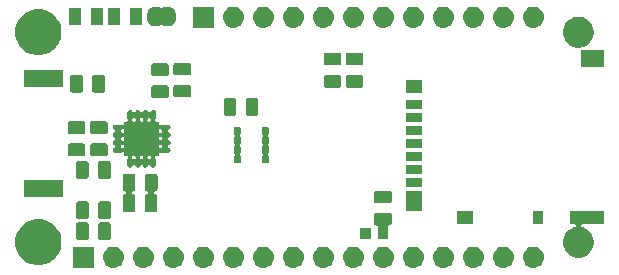
<source format=gbr>
G04 #@! TF.GenerationSoftware,KiCad,Pcbnew,(5.1.4)-1*
G04 #@! TF.CreationDate,2019-12-20T11:27:30-05:00*
G04 #@! TF.ProjectId,Feather-weather-station,46656174-6865-4722-9d77-656174686572,rev?*
G04 #@! TF.SameCoordinates,Original*
G04 #@! TF.FileFunction,Soldermask,Top*
G04 #@! TF.FilePolarity,Negative*
%FSLAX46Y46*%
G04 Gerber Fmt 4.6, Leading zero omitted, Abs format (unit mm)*
G04 Created by KiCad (PCBNEW (5.1.4)-1) date 2019-12-20 11:27:30*
%MOMM*%
%LPD*%
G04 APERTURE LIST*
%ADD10C,0.100000*%
G04 APERTURE END LIST*
D10*
G36*
X130831543Y-71686019D02*
G01*
X130897727Y-71692537D01*
X131067566Y-71744057D01*
X131224091Y-71827722D01*
X131259829Y-71857052D01*
X131361286Y-71940314D01*
X131444548Y-72041771D01*
X131473878Y-72077509D01*
X131557543Y-72234034D01*
X131609063Y-72403873D01*
X131626459Y-72580500D01*
X131609063Y-72757127D01*
X131557543Y-72926966D01*
X131473878Y-73083491D01*
X131444548Y-73119229D01*
X131361286Y-73220686D01*
X131259829Y-73303948D01*
X131224091Y-73333278D01*
X131067566Y-73416943D01*
X130897727Y-73468463D01*
X130831542Y-73474982D01*
X130765360Y-73481500D01*
X130676840Y-73481500D01*
X130610658Y-73474982D01*
X130544473Y-73468463D01*
X130374634Y-73416943D01*
X130218109Y-73333278D01*
X130182371Y-73303948D01*
X130080914Y-73220686D01*
X129997652Y-73119229D01*
X129968322Y-73083491D01*
X129884657Y-72926966D01*
X129833137Y-72757127D01*
X129815741Y-72580500D01*
X129833137Y-72403873D01*
X129884657Y-72234034D01*
X129968322Y-72077509D01*
X129997652Y-72041771D01*
X130080914Y-71940314D01*
X130182371Y-71857052D01*
X130218109Y-71827722D01*
X130374634Y-71744057D01*
X130544473Y-71692537D01*
X130610657Y-71686019D01*
X130676840Y-71679500D01*
X130765360Y-71679500D01*
X130831543Y-71686019D01*
X130831543Y-71686019D01*
G37*
G36*
X143531543Y-71686019D02*
G01*
X143597727Y-71692537D01*
X143767566Y-71744057D01*
X143924091Y-71827722D01*
X143959829Y-71857052D01*
X144061286Y-71940314D01*
X144144548Y-72041771D01*
X144173878Y-72077509D01*
X144257543Y-72234034D01*
X144309063Y-72403873D01*
X144326459Y-72580500D01*
X144309063Y-72757127D01*
X144257543Y-72926966D01*
X144173878Y-73083491D01*
X144144548Y-73119229D01*
X144061286Y-73220686D01*
X143959829Y-73303948D01*
X143924091Y-73333278D01*
X143767566Y-73416943D01*
X143597727Y-73468463D01*
X143531542Y-73474982D01*
X143465360Y-73481500D01*
X143376840Y-73481500D01*
X143310658Y-73474982D01*
X143244473Y-73468463D01*
X143074634Y-73416943D01*
X142918109Y-73333278D01*
X142882371Y-73303948D01*
X142780914Y-73220686D01*
X142697652Y-73119229D01*
X142668322Y-73083491D01*
X142584657Y-72926966D01*
X142533137Y-72757127D01*
X142515741Y-72580500D01*
X142533137Y-72403873D01*
X142584657Y-72234034D01*
X142668322Y-72077509D01*
X142697652Y-72041771D01*
X142780914Y-71940314D01*
X142882371Y-71857052D01*
X142918109Y-71827722D01*
X143074634Y-71744057D01*
X143244473Y-71692537D01*
X143310657Y-71686019D01*
X143376840Y-71679500D01*
X143465360Y-71679500D01*
X143531543Y-71686019D01*
X143531543Y-71686019D01*
G37*
G36*
X126542100Y-73481500D02*
G01*
X124740100Y-73481500D01*
X124740100Y-71679500D01*
X126542100Y-71679500D01*
X126542100Y-73481500D01*
X126542100Y-73481500D01*
G37*
G36*
X128291543Y-71686019D02*
G01*
X128357727Y-71692537D01*
X128527566Y-71744057D01*
X128684091Y-71827722D01*
X128719829Y-71857052D01*
X128821286Y-71940314D01*
X128904548Y-72041771D01*
X128933878Y-72077509D01*
X129017543Y-72234034D01*
X129069063Y-72403873D01*
X129086459Y-72580500D01*
X129069063Y-72757127D01*
X129017543Y-72926966D01*
X128933878Y-73083491D01*
X128904548Y-73119229D01*
X128821286Y-73220686D01*
X128719829Y-73303948D01*
X128684091Y-73333278D01*
X128527566Y-73416943D01*
X128357727Y-73468463D01*
X128291542Y-73474982D01*
X128225360Y-73481500D01*
X128136840Y-73481500D01*
X128070658Y-73474982D01*
X128004473Y-73468463D01*
X127834634Y-73416943D01*
X127678109Y-73333278D01*
X127642371Y-73303948D01*
X127540914Y-73220686D01*
X127457652Y-73119229D01*
X127428322Y-73083491D01*
X127344657Y-72926966D01*
X127293137Y-72757127D01*
X127275741Y-72580500D01*
X127293137Y-72403873D01*
X127344657Y-72234034D01*
X127428322Y-72077509D01*
X127457652Y-72041771D01*
X127540914Y-71940314D01*
X127642371Y-71857052D01*
X127678109Y-71827722D01*
X127834634Y-71744057D01*
X128004473Y-71692537D01*
X128070657Y-71686019D01*
X128136840Y-71679500D01*
X128225360Y-71679500D01*
X128291543Y-71686019D01*
X128291543Y-71686019D01*
G37*
G36*
X133371543Y-71686019D02*
G01*
X133437727Y-71692537D01*
X133607566Y-71744057D01*
X133764091Y-71827722D01*
X133799829Y-71857052D01*
X133901286Y-71940314D01*
X133984548Y-72041771D01*
X134013878Y-72077509D01*
X134097543Y-72234034D01*
X134149063Y-72403873D01*
X134166459Y-72580500D01*
X134149063Y-72757127D01*
X134097543Y-72926966D01*
X134013878Y-73083491D01*
X133984548Y-73119229D01*
X133901286Y-73220686D01*
X133799829Y-73303948D01*
X133764091Y-73333278D01*
X133607566Y-73416943D01*
X133437727Y-73468463D01*
X133371542Y-73474982D01*
X133305360Y-73481500D01*
X133216840Y-73481500D01*
X133150658Y-73474982D01*
X133084473Y-73468463D01*
X132914634Y-73416943D01*
X132758109Y-73333278D01*
X132722371Y-73303948D01*
X132620914Y-73220686D01*
X132537652Y-73119229D01*
X132508322Y-73083491D01*
X132424657Y-72926966D01*
X132373137Y-72757127D01*
X132355741Y-72580500D01*
X132373137Y-72403873D01*
X132424657Y-72234034D01*
X132508322Y-72077509D01*
X132537652Y-72041771D01*
X132620914Y-71940314D01*
X132722371Y-71857052D01*
X132758109Y-71827722D01*
X132914634Y-71744057D01*
X133084473Y-71692537D01*
X133150657Y-71686019D01*
X133216840Y-71679500D01*
X133305360Y-71679500D01*
X133371543Y-71686019D01*
X133371543Y-71686019D01*
G37*
G36*
X135911543Y-71686019D02*
G01*
X135977727Y-71692537D01*
X136147566Y-71744057D01*
X136304091Y-71827722D01*
X136339829Y-71857052D01*
X136441286Y-71940314D01*
X136524548Y-72041771D01*
X136553878Y-72077509D01*
X136637543Y-72234034D01*
X136689063Y-72403873D01*
X136706459Y-72580500D01*
X136689063Y-72757127D01*
X136637543Y-72926966D01*
X136553878Y-73083491D01*
X136524548Y-73119229D01*
X136441286Y-73220686D01*
X136339829Y-73303948D01*
X136304091Y-73333278D01*
X136147566Y-73416943D01*
X135977727Y-73468463D01*
X135911542Y-73474982D01*
X135845360Y-73481500D01*
X135756840Y-73481500D01*
X135690658Y-73474982D01*
X135624473Y-73468463D01*
X135454634Y-73416943D01*
X135298109Y-73333278D01*
X135262371Y-73303948D01*
X135160914Y-73220686D01*
X135077652Y-73119229D01*
X135048322Y-73083491D01*
X134964657Y-72926966D01*
X134913137Y-72757127D01*
X134895741Y-72580500D01*
X134913137Y-72403873D01*
X134964657Y-72234034D01*
X135048322Y-72077509D01*
X135077652Y-72041771D01*
X135160914Y-71940314D01*
X135262371Y-71857052D01*
X135298109Y-71827722D01*
X135454634Y-71744057D01*
X135624473Y-71692537D01*
X135690657Y-71686019D01*
X135756840Y-71679500D01*
X135845360Y-71679500D01*
X135911543Y-71686019D01*
X135911543Y-71686019D01*
G37*
G36*
X138451543Y-71686019D02*
G01*
X138517727Y-71692537D01*
X138687566Y-71744057D01*
X138844091Y-71827722D01*
X138879829Y-71857052D01*
X138981286Y-71940314D01*
X139064548Y-72041771D01*
X139093878Y-72077509D01*
X139177543Y-72234034D01*
X139229063Y-72403873D01*
X139246459Y-72580500D01*
X139229063Y-72757127D01*
X139177543Y-72926966D01*
X139093878Y-73083491D01*
X139064548Y-73119229D01*
X138981286Y-73220686D01*
X138879829Y-73303948D01*
X138844091Y-73333278D01*
X138687566Y-73416943D01*
X138517727Y-73468463D01*
X138451542Y-73474982D01*
X138385360Y-73481500D01*
X138296840Y-73481500D01*
X138230658Y-73474982D01*
X138164473Y-73468463D01*
X137994634Y-73416943D01*
X137838109Y-73333278D01*
X137802371Y-73303948D01*
X137700914Y-73220686D01*
X137617652Y-73119229D01*
X137588322Y-73083491D01*
X137504657Y-72926966D01*
X137453137Y-72757127D01*
X137435741Y-72580500D01*
X137453137Y-72403873D01*
X137504657Y-72234034D01*
X137588322Y-72077509D01*
X137617652Y-72041771D01*
X137700914Y-71940314D01*
X137802371Y-71857052D01*
X137838109Y-71827722D01*
X137994634Y-71744057D01*
X138164473Y-71692537D01*
X138230657Y-71686019D01*
X138296840Y-71679500D01*
X138385360Y-71679500D01*
X138451543Y-71686019D01*
X138451543Y-71686019D01*
G37*
G36*
X140991543Y-71686019D02*
G01*
X141057727Y-71692537D01*
X141227566Y-71744057D01*
X141384091Y-71827722D01*
X141419829Y-71857052D01*
X141521286Y-71940314D01*
X141604548Y-72041771D01*
X141633878Y-72077509D01*
X141717543Y-72234034D01*
X141769063Y-72403873D01*
X141786459Y-72580500D01*
X141769063Y-72757127D01*
X141717543Y-72926966D01*
X141633878Y-73083491D01*
X141604548Y-73119229D01*
X141521286Y-73220686D01*
X141419829Y-73303948D01*
X141384091Y-73333278D01*
X141227566Y-73416943D01*
X141057727Y-73468463D01*
X140991542Y-73474982D01*
X140925360Y-73481500D01*
X140836840Y-73481500D01*
X140770658Y-73474982D01*
X140704473Y-73468463D01*
X140534634Y-73416943D01*
X140378109Y-73333278D01*
X140342371Y-73303948D01*
X140240914Y-73220686D01*
X140157652Y-73119229D01*
X140128322Y-73083491D01*
X140044657Y-72926966D01*
X139993137Y-72757127D01*
X139975741Y-72580500D01*
X139993137Y-72403873D01*
X140044657Y-72234034D01*
X140128322Y-72077509D01*
X140157652Y-72041771D01*
X140240914Y-71940314D01*
X140342371Y-71857052D01*
X140378109Y-71827722D01*
X140534634Y-71744057D01*
X140704473Y-71692537D01*
X140770657Y-71686019D01*
X140836840Y-71679500D01*
X140925360Y-71679500D01*
X140991543Y-71686019D01*
X140991543Y-71686019D01*
G37*
G36*
X148611543Y-71686019D02*
G01*
X148677727Y-71692537D01*
X148847566Y-71744057D01*
X149004091Y-71827722D01*
X149039829Y-71857052D01*
X149141286Y-71940314D01*
X149224548Y-72041771D01*
X149253878Y-72077509D01*
X149337543Y-72234034D01*
X149389063Y-72403873D01*
X149406459Y-72580500D01*
X149389063Y-72757127D01*
X149337543Y-72926966D01*
X149253878Y-73083491D01*
X149224548Y-73119229D01*
X149141286Y-73220686D01*
X149039829Y-73303948D01*
X149004091Y-73333278D01*
X148847566Y-73416943D01*
X148677727Y-73468463D01*
X148611542Y-73474982D01*
X148545360Y-73481500D01*
X148456840Y-73481500D01*
X148390658Y-73474982D01*
X148324473Y-73468463D01*
X148154634Y-73416943D01*
X147998109Y-73333278D01*
X147962371Y-73303948D01*
X147860914Y-73220686D01*
X147777652Y-73119229D01*
X147748322Y-73083491D01*
X147664657Y-72926966D01*
X147613137Y-72757127D01*
X147595741Y-72580500D01*
X147613137Y-72403873D01*
X147664657Y-72234034D01*
X147748322Y-72077509D01*
X147777652Y-72041771D01*
X147860914Y-71940314D01*
X147962371Y-71857052D01*
X147998109Y-71827722D01*
X148154634Y-71744057D01*
X148324473Y-71692537D01*
X148390657Y-71686019D01*
X148456840Y-71679500D01*
X148545360Y-71679500D01*
X148611543Y-71686019D01*
X148611543Y-71686019D01*
G37*
G36*
X163851543Y-71686019D02*
G01*
X163917727Y-71692537D01*
X164087566Y-71744057D01*
X164244091Y-71827722D01*
X164279829Y-71857052D01*
X164381286Y-71940314D01*
X164464548Y-72041771D01*
X164493878Y-72077509D01*
X164577543Y-72234034D01*
X164629063Y-72403873D01*
X164646459Y-72580500D01*
X164629063Y-72757127D01*
X164577543Y-72926966D01*
X164493878Y-73083491D01*
X164464548Y-73119229D01*
X164381286Y-73220686D01*
X164279829Y-73303948D01*
X164244091Y-73333278D01*
X164087566Y-73416943D01*
X163917727Y-73468463D01*
X163851542Y-73474982D01*
X163785360Y-73481500D01*
X163696840Y-73481500D01*
X163630658Y-73474982D01*
X163564473Y-73468463D01*
X163394634Y-73416943D01*
X163238109Y-73333278D01*
X163202371Y-73303948D01*
X163100914Y-73220686D01*
X163017652Y-73119229D01*
X162988322Y-73083491D01*
X162904657Y-72926966D01*
X162853137Y-72757127D01*
X162835741Y-72580500D01*
X162853137Y-72403873D01*
X162904657Y-72234034D01*
X162988322Y-72077509D01*
X163017652Y-72041771D01*
X163100914Y-71940314D01*
X163202371Y-71857052D01*
X163238109Y-71827722D01*
X163394634Y-71744057D01*
X163564473Y-71692537D01*
X163630657Y-71686019D01*
X163696840Y-71679500D01*
X163785360Y-71679500D01*
X163851543Y-71686019D01*
X163851543Y-71686019D01*
G37*
G36*
X161311543Y-71686019D02*
G01*
X161377727Y-71692537D01*
X161547566Y-71744057D01*
X161704091Y-71827722D01*
X161739829Y-71857052D01*
X161841286Y-71940314D01*
X161924548Y-72041771D01*
X161953878Y-72077509D01*
X162037543Y-72234034D01*
X162089063Y-72403873D01*
X162106459Y-72580500D01*
X162089063Y-72757127D01*
X162037543Y-72926966D01*
X161953878Y-73083491D01*
X161924548Y-73119229D01*
X161841286Y-73220686D01*
X161739829Y-73303948D01*
X161704091Y-73333278D01*
X161547566Y-73416943D01*
X161377727Y-73468463D01*
X161311542Y-73474982D01*
X161245360Y-73481500D01*
X161156840Y-73481500D01*
X161090658Y-73474982D01*
X161024473Y-73468463D01*
X160854634Y-73416943D01*
X160698109Y-73333278D01*
X160662371Y-73303948D01*
X160560914Y-73220686D01*
X160477652Y-73119229D01*
X160448322Y-73083491D01*
X160364657Y-72926966D01*
X160313137Y-72757127D01*
X160295741Y-72580500D01*
X160313137Y-72403873D01*
X160364657Y-72234034D01*
X160448322Y-72077509D01*
X160477652Y-72041771D01*
X160560914Y-71940314D01*
X160662371Y-71857052D01*
X160698109Y-71827722D01*
X160854634Y-71744057D01*
X161024473Y-71692537D01*
X161090657Y-71686019D01*
X161156840Y-71679500D01*
X161245360Y-71679500D01*
X161311543Y-71686019D01*
X161311543Y-71686019D01*
G37*
G36*
X158771543Y-71686019D02*
G01*
X158837727Y-71692537D01*
X159007566Y-71744057D01*
X159164091Y-71827722D01*
X159199829Y-71857052D01*
X159301286Y-71940314D01*
X159384548Y-72041771D01*
X159413878Y-72077509D01*
X159497543Y-72234034D01*
X159549063Y-72403873D01*
X159566459Y-72580500D01*
X159549063Y-72757127D01*
X159497543Y-72926966D01*
X159413878Y-73083491D01*
X159384548Y-73119229D01*
X159301286Y-73220686D01*
X159199829Y-73303948D01*
X159164091Y-73333278D01*
X159007566Y-73416943D01*
X158837727Y-73468463D01*
X158771542Y-73474982D01*
X158705360Y-73481500D01*
X158616840Y-73481500D01*
X158550658Y-73474982D01*
X158484473Y-73468463D01*
X158314634Y-73416943D01*
X158158109Y-73333278D01*
X158122371Y-73303948D01*
X158020914Y-73220686D01*
X157937652Y-73119229D01*
X157908322Y-73083491D01*
X157824657Y-72926966D01*
X157773137Y-72757127D01*
X157755741Y-72580500D01*
X157773137Y-72403873D01*
X157824657Y-72234034D01*
X157908322Y-72077509D01*
X157937652Y-72041771D01*
X158020914Y-71940314D01*
X158122371Y-71857052D01*
X158158109Y-71827722D01*
X158314634Y-71744057D01*
X158484473Y-71692537D01*
X158550657Y-71686019D01*
X158616840Y-71679500D01*
X158705360Y-71679500D01*
X158771543Y-71686019D01*
X158771543Y-71686019D01*
G37*
G36*
X156231543Y-71686019D02*
G01*
X156297727Y-71692537D01*
X156467566Y-71744057D01*
X156624091Y-71827722D01*
X156659829Y-71857052D01*
X156761286Y-71940314D01*
X156844548Y-72041771D01*
X156873878Y-72077509D01*
X156957543Y-72234034D01*
X157009063Y-72403873D01*
X157026459Y-72580500D01*
X157009063Y-72757127D01*
X156957543Y-72926966D01*
X156873878Y-73083491D01*
X156844548Y-73119229D01*
X156761286Y-73220686D01*
X156659829Y-73303948D01*
X156624091Y-73333278D01*
X156467566Y-73416943D01*
X156297727Y-73468463D01*
X156231542Y-73474982D01*
X156165360Y-73481500D01*
X156076840Y-73481500D01*
X156010658Y-73474982D01*
X155944473Y-73468463D01*
X155774634Y-73416943D01*
X155618109Y-73333278D01*
X155582371Y-73303948D01*
X155480914Y-73220686D01*
X155397652Y-73119229D01*
X155368322Y-73083491D01*
X155284657Y-72926966D01*
X155233137Y-72757127D01*
X155215741Y-72580500D01*
X155233137Y-72403873D01*
X155284657Y-72234034D01*
X155368322Y-72077509D01*
X155397652Y-72041771D01*
X155480914Y-71940314D01*
X155582371Y-71857052D01*
X155618109Y-71827722D01*
X155774634Y-71744057D01*
X155944473Y-71692537D01*
X156010657Y-71686019D01*
X156076840Y-71679500D01*
X156165360Y-71679500D01*
X156231543Y-71686019D01*
X156231543Y-71686019D01*
G37*
G36*
X153691543Y-71686019D02*
G01*
X153757727Y-71692537D01*
X153927566Y-71744057D01*
X154084091Y-71827722D01*
X154119829Y-71857052D01*
X154221286Y-71940314D01*
X154304548Y-72041771D01*
X154333878Y-72077509D01*
X154417543Y-72234034D01*
X154469063Y-72403873D01*
X154486459Y-72580500D01*
X154469063Y-72757127D01*
X154417543Y-72926966D01*
X154333878Y-73083491D01*
X154304548Y-73119229D01*
X154221286Y-73220686D01*
X154119829Y-73303948D01*
X154084091Y-73333278D01*
X153927566Y-73416943D01*
X153757727Y-73468463D01*
X153691542Y-73474982D01*
X153625360Y-73481500D01*
X153536840Y-73481500D01*
X153470658Y-73474982D01*
X153404473Y-73468463D01*
X153234634Y-73416943D01*
X153078109Y-73333278D01*
X153042371Y-73303948D01*
X152940914Y-73220686D01*
X152857652Y-73119229D01*
X152828322Y-73083491D01*
X152744657Y-72926966D01*
X152693137Y-72757127D01*
X152675741Y-72580500D01*
X152693137Y-72403873D01*
X152744657Y-72234034D01*
X152828322Y-72077509D01*
X152857652Y-72041771D01*
X152940914Y-71940314D01*
X153042371Y-71857052D01*
X153078109Y-71827722D01*
X153234634Y-71744057D01*
X153404473Y-71692537D01*
X153470657Y-71686019D01*
X153536840Y-71679500D01*
X153625360Y-71679500D01*
X153691543Y-71686019D01*
X153691543Y-71686019D01*
G37*
G36*
X151151543Y-71686019D02*
G01*
X151217727Y-71692537D01*
X151387566Y-71744057D01*
X151544091Y-71827722D01*
X151579829Y-71857052D01*
X151681286Y-71940314D01*
X151764548Y-72041771D01*
X151793878Y-72077509D01*
X151877543Y-72234034D01*
X151929063Y-72403873D01*
X151946459Y-72580500D01*
X151929063Y-72757127D01*
X151877543Y-72926966D01*
X151793878Y-73083491D01*
X151764548Y-73119229D01*
X151681286Y-73220686D01*
X151579829Y-73303948D01*
X151544091Y-73333278D01*
X151387566Y-73416943D01*
X151217727Y-73468463D01*
X151151542Y-73474982D01*
X151085360Y-73481500D01*
X150996840Y-73481500D01*
X150930658Y-73474982D01*
X150864473Y-73468463D01*
X150694634Y-73416943D01*
X150538109Y-73333278D01*
X150502371Y-73303948D01*
X150400914Y-73220686D01*
X150317652Y-73119229D01*
X150288322Y-73083491D01*
X150204657Y-72926966D01*
X150153137Y-72757127D01*
X150135741Y-72580500D01*
X150153137Y-72403873D01*
X150204657Y-72234034D01*
X150288322Y-72077509D01*
X150317652Y-72041771D01*
X150400914Y-71940314D01*
X150502371Y-71857052D01*
X150538109Y-71827722D01*
X150694634Y-71744057D01*
X150864473Y-71692537D01*
X150930657Y-71686019D01*
X150996840Y-71679500D01*
X151085360Y-71679500D01*
X151151543Y-71686019D01*
X151151543Y-71686019D01*
G37*
G36*
X146071543Y-71686019D02*
G01*
X146137727Y-71692537D01*
X146307566Y-71744057D01*
X146464091Y-71827722D01*
X146499829Y-71857052D01*
X146601286Y-71940314D01*
X146684548Y-72041771D01*
X146713878Y-72077509D01*
X146797543Y-72234034D01*
X146849063Y-72403873D01*
X146866459Y-72580500D01*
X146849063Y-72757127D01*
X146797543Y-72926966D01*
X146713878Y-73083491D01*
X146684548Y-73119229D01*
X146601286Y-73220686D01*
X146499829Y-73303948D01*
X146464091Y-73333278D01*
X146307566Y-73416943D01*
X146137727Y-73468463D01*
X146071542Y-73474982D01*
X146005360Y-73481500D01*
X145916840Y-73481500D01*
X145850658Y-73474982D01*
X145784473Y-73468463D01*
X145614634Y-73416943D01*
X145458109Y-73333278D01*
X145422371Y-73303948D01*
X145320914Y-73220686D01*
X145237652Y-73119229D01*
X145208322Y-73083491D01*
X145124657Y-72926966D01*
X145073137Y-72757127D01*
X145055741Y-72580500D01*
X145073137Y-72403873D01*
X145124657Y-72234034D01*
X145208322Y-72077509D01*
X145237652Y-72041771D01*
X145320914Y-71940314D01*
X145422371Y-71857052D01*
X145458109Y-71827722D01*
X145614634Y-71744057D01*
X145784473Y-71692537D01*
X145850657Y-71686019D01*
X145916840Y-71679500D01*
X146005360Y-71679500D01*
X146071543Y-71686019D01*
X146071543Y-71686019D01*
G37*
G36*
X122400185Y-69434475D02*
G01*
X122755243Y-69581545D01*
X122755245Y-69581546D01*
X123074790Y-69795059D01*
X123346541Y-70066810D01*
X123407184Y-70157569D01*
X123560055Y-70386357D01*
X123707125Y-70741415D01*
X123782100Y-71118342D01*
X123782100Y-71502658D01*
X123707125Y-71879585D01*
X123625142Y-72077509D01*
X123560054Y-72234645D01*
X123346541Y-72554190D01*
X123074790Y-72825941D01*
X122755245Y-73039454D01*
X122755244Y-73039455D01*
X122755243Y-73039455D01*
X122400185Y-73186525D01*
X122023258Y-73261500D01*
X121638942Y-73261500D01*
X121262015Y-73186525D01*
X120906957Y-73039455D01*
X120906956Y-73039455D01*
X120906955Y-73039454D01*
X120587410Y-72825941D01*
X120315659Y-72554190D01*
X120102146Y-72234645D01*
X120037058Y-72077509D01*
X119955075Y-71879585D01*
X119880100Y-71502658D01*
X119880100Y-71118342D01*
X119955075Y-70741415D01*
X120102145Y-70386357D01*
X120255016Y-70157569D01*
X120315659Y-70066810D01*
X120587410Y-69795059D01*
X120906955Y-69581546D01*
X120906957Y-69581545D01*
X121262015Y-69434475D01*
X121638942Y-69359500D01*
X122023258Y-69359500D01*
X122400185Y-69434475D01*
X122400185Y-69434475D01*
G37*
G36*
X169742200Y-69796500D02*
G01*
X167877552Y-69796500D01*
X167853166Y-69798902D01*
X167829717Y-69806015D01*
X167808106Y-69817566D01*
X167789164Y-69833111D01*
X167773619Y-69852053D01*
X167762068Y-69873664D01*
X167754955Y-69897113D01*
X167752553Y-69921499D01*
X167754955Y-69945885D01*
X167762068Y-69969334D01*
X167773619Y-69990945D01*
X167789164Y-70009887D01*
X167808106Y-70025432D01*
X167829717Y-70036983D01*
X167853166Y-70044096D01*
X167930587Y-70059496D01*
X168167353Y-70157568D01*
X168167355Y-70157569D01*
X168380439Y-70299947D01*
X168561653Y-70481161D01*
X168704032Y-70694247D01*
X168802104Y-70931013D01*
X168852100Y-71182361D01*
X168852100Y-71438639D01*
X168802104Y-71689987D01*
X168723569Y-71879586D01*
X168704031Y-71926755D01*
X168561653Y-72139839D01*
X168380439Y-72321053D01*
X168167355Y-72463431D01*
X168167354Y-72463432D01*
X168167353Y-72463432D01*
X167930587Y-72561504D01*
X167679239Y-72611500D01*
X167422961Y-72611500D01*
X167171613Y-72561504D01*
X166934847Y-72463432D01*
X166934846Y-72463432D01*
X166934845Y-72463431D01*
X166721761Y-72321053D01*
X166540547Y-72139839D01*
X166398169Y-71926755D01*
X166378631Y-71879586D01*
X166300096Y-71689987D01*
X166250100Y-71438639D01*
X166250100Y-71182361D01*
X166300096Y-70931013D01*
X166398168Y-70694247D01*
X166540547Y-70481161D01*
X166721761Y-70299947D01*
X166934845Y-70157569D01*
X166934847Y-70157568D01*
X167171613Y-70059496D01*
X167249034Y-70044096D01*
X167272483Y-70036983D01*
X167294094Y-70025432D01*
X167313036Y-70009887D01*
X167328581Y-69990945D01*
X167340132Y-69969334D01*
X167347245Y-69945885D01*
X167349647Y-69921499D01*
X167347245Y-69897113D01*
X167340132Y-69873664D01*
X167328581Y-69852053D01*
X167313036Y-69833111D01*
X167294094Y-69817566D01*
X167272483Y-69806015D01*
X167249034Y-69798902D01*
X167224648Y-69796500D01*
X166840200Y-69796500D01*
X166840200Y-68694500D01*
X169742200Y-68694500D01*
X169742200Y-69796500D01*
X169742200Y-69796500D01*
G37*
G36*
X127801468Y-69636965D02*
G01*
X127840138Y-69648696D01*
X127875777Y-69667746D01*
X127907017Y-69693383D01*
X127932654Y-69724623D01*
X127951704Y-69760262D01*
X127963435Y-69798932D01*
X127968000Y-69845288D01*
X127968000Y-70921512D01*
X127963435Y-70967868D01*
X127951704Y-71006538D01*
X127932654Y-71042177D01*
X127907017Y-71073417D01*
X127875777Y-71099054D01*
X127840138Y-71118104D01*
X127801468Y-71129835D01*
X127755112Y-71134400D01*
X127103888Y-71134400D01*
X127057532Y-71129835D01*
X127018862Y-71118104D01*
X126983223Y-71099054D01*
X126951983Y-71073417D01*
X126926346Y-71042177D01*
X126907296Y-71006538D01*
X126895565Y-70967868D01*
X126891000Y-70921512D01*
X126891000Y-69845288D01*
X126895565Y-69798932D01*
X126907296Y-69760262D01*
X126926346Y-69724623D01*
X126951983Y-69693383D01*
X126983223Y-69667746D01*
X127018862Y-69648696D01*
X127057532Y-69636965D01*
X127103888Y-69632400D01*
X127755112Y-69632400D01*
X127801468Y-69636965D01*
X127801468Y-69636965D01*
G37*
G36*
X125926468Y-69636965D02*
G01*
X125965138Y-69648696D01*
X126000777Y-69667746D01*
X126032017Y-69693383D01*
X126057654Y-69724623D01*
X126076704Y-69760262D01*
X126088435Y-69798932D01*
X126093000Y-69845288D01*
X126093000Y-70921512D01*
X126088435Y-70967868D01*
X126076704Y-71006538D01*
X126057654Y-71042177D01*
X126032017Y-71073417D01*
X126000777Y-71099054D01*
X125965138Y-71118104D01*
X125926468Y-71129835D01*
X125880112Y-71134400D01*
X125228888Y-71134400D01*
X125182532Y-71129835D01*
X125143862Y-71118104D01*
X125108223Y-71099054D01*
X125076983Y-71073417D01*
X125051346Y-71042177D01*
X125032296Y-71006538D01*
X125020565Y-70967868D01*
X125016000Y-70921512D01*
X125016000Y-69845288D01*
X125020565Y-69798932D01*
X125032296Y-69760262D01*
X125051346Y-69724623D01*
X125076983Y-69693383D01*
X125108223Y-69667746D01*
X125143862Y-69648696D01*
X125182532Y-69636965D01*
X125228888Y-69632400D01*
X125880112Y-69632400D01*
X125926468Y-69636965D01*
X125926468Y-69636965D01*
G37*
G36*
X151587468Y-68818465D02*
G01*
X151626138Y-68830196D01*
X151661777Y-68849246D01*
X151693017Y-68874883D01*
X151718654Y-68906123D01*
X151737704Y-68941762D01*
X151749435Y-68980432D01*
X151754000Y-69026788D01*
X151754000Y-69678012D01*
X151749435Y-69724368D01*
X151737704Y-69763038D01*
X151718654Y-69798677D01*
X151693017Y-69829917D01*
X151661777Y-69855554D01*
X151626138Y-69874604D01*
X151587468Y-69886335D01*
X151567449Y-69888306D01*
X151543416Y-69893086D01*
X151520777Y-69902463D01*
X151500402Y-69916076D01*
X151483075Y-69933403D01*
X151469461Y-69953777D01*
X151460083Y-69976416D01*
X151455302Y-70000449D01*
X151454700Y-70012703D01*
X151454700Y-70999500D01*
X150552700Y-70999500D01*
X150552700Y-70012841D01*
X150550298Y-69988455D01*
X150543185Y-69965006D01*
X150531634Y-69943395D01*
X150516089Y-69924453D01*
X150497147Y-69908908D01*
X150475536Y-69897357D01*
X150452087Y-69890244D01*
X150439952Y-69888444D01*
X150418532Y-69886335D01*
X150379862Y-69874604D01*
X150344223Y-69855554D01*
X150312983Y-69829917D01*
X150287346Y-69798677D01*
X150268296Y-69763038D01*
X150256565Y-69724368D01*
X150252000Y-69678012D01*
X150252000Y-69026788D01*
X150256565Y-68980432D01*
X150268296Y-68941762D01*
X150287346Y-68906123D01*
X150312983Y-68874883D01*
X150344223Y-68849246D01*
X150379862Y-68830196D01*
X150418532Y-68818465D01*
X150464888Y-68813900D01*
X151541112Y-68813900D01*
X151587468Y-68818465D01*
X151587468Y-68818465D01*
G37*
G36*
X149954700Y-70999500D02*
G01*
X149052700Y-70999500D01*
X149052700Y-70097500D01*
X149954700Y-70097500D01*
X149954700Y-70999500D01*
X149954700Y-70999500D01*
G37*
G36*
X164592200Y-69796500D02*
G01*
X163690200Y-69796500D01*
X163690200Y-68694500D01*
X164592200Y-68694500D01*
X164592200Y-69796500D01*
X164592200Y-69796500D01*
G37*
G36*
X158592200Y-69796500D02*
G01*
X157290200Y-69796500D01*
X157290200Y-68694500D01*
X158592200Y-68694500D01*
X158592200Y-69796500D01*
X158592200Y-69796500D01*
G37*
G36*
X127814168Y-67858965D02*
G01*
X127852838Y-67870696D01*
X127888477Y-67889746D01*
X127919717Y-67915383D01*
X127945354Y-67946623D01*
X127964404Y-67982262D01*
X127976135Y-68020932D01*
X127980700Y-68067288D01*
X127980700Y-69143512D01*
X127976135Y-69189868D01*
X127964404Y-69228538D01*
X127945354Y-69264177D01*
X127919717Y-69295417D01*
X127888477Y-69321054D01*
X127852838Y-69340104D01*
X127814168Y-69351835D01*
X127767812Y-69356400D01*
X127116588Y-69356400D01*
X127070232Y-69351835D01*
X127031562Y-69340104D01*
X126995923Y-69321054D01*
X126964683Y-69295417D01*
X126939046Y-69264177D01*
X126919996Y-69228538D01*
X126908265Y-69189868D01*
X126903700Y-69143512D01*
X126903700Y-68067288D01*
X126908265Y-68020932D01*
X126919996Y-67982262D01*
X126939046Y-67946623D01*
X126964683Y-67915383D01*
X126995923Y-67889746D01*
X127031562Y-67870696D01*
X127070232Y-67858965D01*
X127116588Y-67854400D01*
X127767812Y-67854400D01*
X127814168Y-67858965D01*
X127814168Y-67858965D01*
G37*
G36*
X125939168Y-67858965D02*
G01*
X125977838Y-67870696D01*
X126013477Y-67889746D01*
X126044717Y-67915383D01*
X126070354Y-67946623D01*
X126089404Y-67982262D01*
X126101135Y-68020932D01*
X126105700Y-68067288D01*
X126105700Y-69143512D01*
X126101135Y-69189868D01*
X126089404Y-69228538D01*
X126070354Y-69264177D01*
X126044717Y-69295417D01*
X126013477Y-69321054D01*
X125977838Y-69340104D01*
X125939168Y-69351835D01*
X125892812Y-69356400D01*
X125241588Y-69356400D01*
X125195232Y-69351835D01*
X125156562Y-69340104D01*
X125120923Y-69321054D01*
X125089683Y-69295417D01*
X125064046Y-69264177D01*
X125044996Y-69228538D01*
X125033265Y-69189868D01*
X125028700Y-69143512D01*
X125028700Y-68067288D01*
X125033265Y-68020932D01*
X125044996Y-67982262D01*
X125064046Y-67946623D01*
X125089683Y-67915383D01*
X125120923Y-67889746D01*
X125156562Y-67870696D01*
X125195232Y-67858965D01*
X125241588Y-67854400D01*
X125892812Y-67854400D01*
X125939168Y-67858965D01*
X125939168Y-67858965D01*
G37*
G36*
X129876168Y-65509465D02*
G01*
X129914838Y-65521196D01*
X129950477Y-65540246D01*
X129981717Y-65565883D01*
X130007354Y-65597123D01*
X130026404Y-65632762D01*
X130038135Y-65671432D01*
X130042700Y-65717788D01*
X130042700Y-66794012D01*
X130038135Y-66840368D01*
X130026404Y-66879038D01*
X130007354Y-66914677D01*
X129981717Y-66945917D01*
X129950477Y-66971554D01*
X129914838Y-66990604D01*
X129875164Y-67002639D01*
X129853176Y-67007014D01*
X129830538Y-67016392D01*
X129810164Y-67030006D01*
X129792838Y-67047334D01*
X129779225Y-67067709D01*
X129769848Y-67090348D01*
X129765068Y-67114381D01*
X129765069Y-67138885D01*
X129769851Y-67162919D01*
X129779229Y-67185557D01*
X129792843Y-67205931D01*
X129810171Y-67223257D01*
X129830546Y-67236870D01*
X129853181Y-67246246D01*
X129902141Y-67261098D01*
X129937777Y-67280146D01*
X129969017Y-67305783D01*
X129994654Y-67337023D01*
X130013704Y-67372662D01*
X130025435Y-67411332D01*
X130030000Y-67457688D01*
X130030000Y-68533912D01*
X130025435Y-68580268D01*
X130013704Y-68618938D01*
X129994654Y-68654577D01*
X129969017Y-68685817D01*
X129937777Y-68711454D01*
X129902138Y-68730504D01*
X129863468Y-68742235D01*
X129817112Y-68746800D01*
X129165888Y-68746800D01*
X129119532Y-68742235D01*
X129080862Y-68730504D01*
X129045223Y-68711454D01*
X129013983Y-68685817D01*
X128988346Y-68654577D01*
X128969296Y-68618938D01*
X128957565Y-68580268D01*
X128953000Y-68533912D01*
X128953000Y-67457688D01*
X128957565Y-67411332D01*
X128969296Y-67372662D01*
X128988346Y-67337023D01*
X129013983Y-67305783D01*
X129045223Y-67280146D01*
X129080862Y-67261096D01*
X129120536Y-67249061D01*
X129142524Y-67244686D01*
X129165162Y-67235308D01*
X129185536Y-67221694D01*
X129202862Y-67204366D01*
X129216475Y-67183991D01*
X129225852Y-67161352D01*
X129230632Y-67137319D01*
X129230631Y-67112815D01*
X129225849Y-67088781D01*
X129216471Y-67066143D01*
X129202857Y-67045769D01*
X129185529Y-67028443D01*
X129165154Y-67014830D01*
X129142519Y-67005454D01*
X129093559Y-66990602D01*
X129057923Y-66971554D01*
X129026683Y-66945917D01*
X129001046Y-66914677D01*
X128981996Y-66879038D01*
X128970265Y-66840368D01*
X128965700Y-66794012D01*
X128965700Y-65717788D01*
X128970265Y-65671432D01*
X128981996Y-65632762D01*
X129001046Y-65597123D01*
X129026683Y-65565883D01*
X129057923Y-65540246D01*
X129093562Y-65521196D01*
X129132232Y-65509465D01*
X129178588Y-65504900D01*
X129829812Y-65504900D01*
X129876168Y-65509465D01*
X129876168Y-65509465D01*
G37*
G36*
X131751168Y-65509465D02*
G01*
X131789838Y-65521196D01*
X131825477Y-65540246D01*
X131856717Y-65565883D01*
X131882354Y-65597123D01*
X131901404Y-65632762D01*
X131913135Y-65671432D01*
X131917700Y-65717788D01*
X131917700Y-66794012D01*
X131913135Y-66840368D01*
X131901404Y-66879038D01*
X131882354Y-66914677D01*
X131856717Y-66945917D01*
X131825477Y-66971554D01*
X131789838Y-66990604D01*
X131750164Y-67002639D01*
X131728176Y-67007014D01*
X131705538Y-67016392D01*
X131685164Y-67030006D01*
X131667838Y-67047334D01*
X131654225Y-67067709D01*
X131644848Y-67090348D01*
X131640068Y-67114381D01*
X131640069Y-67138885D01*
X131644851Y-67162919D01*
X131654229Y-67185557D01*
X131667843Y-67205931D01*
X131685171Y-67223257D01*
X131705546Y-67236870D01*
X131728181Y-67246246D01*
X131777141Y-67261098D01*
X131812777Y-67280146D01*
X131844017Y-67305783D01*
X131869654Y-67337023D01*
X131888704Y-67372662D01*
X131900435Y-67411332D01*
X131905000Y-67457688D01*
X131905000Y-68533912D01*
X131900435Y-68580268D01*
X131888704Y-68618938D01*
X131869654Y-68654577D01*
X131844017Y-68685817D01*
X131812777Y-68711454D01*
X131777138Y-68730504D01*
X131738468Y-68742235D01*
X131692112Y-68746800D01*
X131040888Y-68746800D01*
X130994532Y-68742235D01*
X130955862Y-68730504D01*
X130920223Y-68711454D01*
X130888983Y-68685817D01*
X130863346Y-68654577D01*
X130844296Y-68618938D01*
X130832565Y-68580268D01*
X130828000Y-68533912D01*
X130828000Y-67457688D01*
X130832565Y-67411332D01*
X130844296Y-67372662D01*
X130863346Y-67337023D01*
X130888983Y-67305783D01*
X130920223Y-67280146D01*
X130955862Y-67261096D01*
X130995536Y-67249061D01*
X131017524Y-67244686D01*
X131040162Y-67235308D01*
X131060536Y-67221694D01*
X131077862Y-67204366D01*
X131091475Y-67183991D01*
X131100852Y-67161352D01*
X131105632Y-67137319D01*
X131105631Y-67112815D01*
X131100849Y-67088781D01*
X131091471Y-67066143D01*
X131077857Y-67045769D01*
X131060529Y-67028443D01*
X131040154Y-67014830D01*
X131017519Y-67005454D01*
X130968559Y-66990602D01*
X130932923Y-66971554D01*
X130901683Y-66945917D01*
X130876046Y-66914677D01*
X130856996Y-66879038D01*
X130845265Y-66840368D01*
X130840700Y-66794012D01*
X130840700Y-65717788D01*
X130845265Y-65671432D01*
X130856996Y-65632762D01*
X130876046Y-65597123D01*
X130901683Y-65565883D01*
X130932923Y-65540246D01*
X130968562Y-65521196D01*
X131007232Y-65509465D01*
X131053588Y-65504900D01*
X131704812Y-65504900D01*
X131751168Y-65509465D01*
X131751168Y-65509465D01*
G37*
G36*
X154292200Y-68696500D02*
G01*
X152990200Y-68696500D01*
X152990200Y-66944500D01*
X154292200Y-66944500D01*
X154292200Y-68696500D01*
X154292200Y-68696500D01*
G37*
G36*
X151587468Y-66943465D02*
G01*
X151626138Y-66955196D01*
X151661777Y-66974246D01*
X151693017Y-66999883D01*
X151718654Y-67031123D01*
X151737704Y-67066762D01*
X151749435Y-67105432D01*
X151754000Y-67151788D01*
X151754000Y-67803012D01*
X151749435Y-67849368D01*
X151737704Y-67888038D01*
X151718654Y-67923677D01*
X151693017Y-67954917D01*
X151661777Y-67980554D01*
X151626138Y-67999604D01*
X151587468Y-68011335D01*
X151541112Y-68015900D01*
X150464888Y-68015900D01*
X150418532Y-68011335D01*
X150379862Y-67999604D01*
X150344223Y-67980554D01*
X150312983Y-67954917D01*
X150287346Y-67923677D01*
X150268296Y-67888038D01*
X150256565Y-67849368D01*
X150252000Y-67803012D01*
X150252000Y-67151788D01*
X150256565Y-67105432D01*
X150268296Y-67066762D01*
X150287346Y-67031123D01*
X150312983Y-66999883D01*
X150344223Y-66974246D01*
X150379862Y-66955196D01*
X150418532Y-66943465D01*
X150464888Y-66938900D01*
X151541112Y-66938900D01*
X151587468Y-66943465D01*
X151587468Y-66943465D01*
G37*
G36*
X123913900Y-67455155D02*
G01*
X120611900Y-67455155D01*
X120611900Y-66053155D01*
X123913900Y-66053155D01*
X123913900Y-67455155D01*
X123913900Y-67455155D01*
G37*
G36*
X154292200Y-66646500D02*
G01*
X152990200Y-66646500D01*
X152990200Y-65844500D01*
X154292200Y-65844500D01*
X154292200Y-66646500D01*
X154292200Y-66646500D01*
G37*
G36*
X125913768Y-64442665D02*
G01*
X125952438Y-64454396D01*
X125988077Y-64473446D01*
X126019317Y-64499083D01*
X126044954Y-64530323D01*
X126064004Y-64565962D01*
X126075735Y-64604632D01*
X126080300Y-64650988D01*
X126080300Y-65727212D01*
X126075735Y-65773568D01*
X126064004Y-65812238D01*
X126044954Y-65847877D01*
X126019317Y-65879117D01*
X125988077Y-65904754D01*
X125952438Y-65923804D01*
X125913768Y-65935535D01*
X125867412Y-65940100D01*
X125216188Y-65940100D01*
X125169832Y-65935535D01*
X125131162Y-65923804D01*
X125095523Y-65904754D01*
X125064283Y-65879117D01*
X125038646Y-65847877D01*
X125019596Y-65812238D01*
X125007865Y-65773568D01*
X125003300Y-65727212D01*
X125003300Y-64650988D01*
X125007865Y-64604632D01*
X125019596Y-64565962D01*
X125038646Y-64530323D01*
X125064283Y-64499083D01*
X125095523Y-64473446D01*
X125131162Y-64454396D01*
X125169832Y-64442665D01*
X125216188Y-64438100D01*
X125867412Y-64438100D01*
X125913768Y-64442665D01*
X125913768Y-64442665D01*
G37*
G36*
X127788768Y-64442665D02*
G01*
X127827438Y-64454396D01*
X127863077Y-64473446D01*
X127894317Y-64499083D01*
X127919954Y-64530323D01*
X127939004Y-64565962D01*
X127950735Y-64604632D01*
X127955300Y-64650988D01*
X127955300Y-65727212D01*
X127950735Y-65773568D01*
X127939004Y-65812238D01*
X127919954Y-65847877D01*
X127894317Y-65879117D01*
X127863077Y-65904754D01*
X127827438Y-65923804D01*
X127788768Y-65935535D01*
X127742412Y-65940100D01*
X127091188Y-65940100D01*
X127044832Y-65935535D01*
X127006162Y-65923804D01*
X126970523Y-65904754D01*
X126939283Y-65879117D01*
X126913646Y-65847877D01*
X126894596Y-65812238D01*
X126882865Y-65773568D01*
X126878300Y-65727212D01*
X126878300Y-64650988D01*
X126882865Y-64604632D01*
X126894596Y-64565962D01*
X126913646Y-64530323D01*
X126939283Y-64499083D01*
X126970523Y-64473446D01*
X127006162Y-64454396D01*
X127044832Y-64442665D01*
X127091188Y-64438100D01*
X127742412Y-64438100D01*
X127788768Y-64442665D01*
X127788768Y-64442665D01*
G37*
G36*
X154292200Y-65546500D02*
G01*
X152990200Y-65546500D01*
X152990200Y-64744500D01*
X154292200Y-64744500D01*
X154292200Y-65546500D01*
X154292200Y-65546500D01*
G37*
G36*
X131588001Y-60099770D02*
G01*
X131630607Y-60112694D01*
X131669861Y-60133676D01*
X131669864Y-60133678D01*
X131669865Y-60133679D01*
X131704279Y-60161921D01*
X131732521Y-60196334D01*
X131732524Y-60196338D01*
X131753506Y-60235592D01*
X131766430Y-60278198D01*
X131769700Y-60311400D01*
X131769700Y-60783600D01*
X131766430Y-60816802D01*
X131753506Y-60859408D01*
X131728584Y-60906032D01*
X131724217Y-60912567D01*
X131714838Y-60935205D01*
X131710055Y-60959238D01*
X131710053Y-60983742D01*
X131714831Y-61007775D01*
X131724206Y-61030415D01*
X131737818Y-61050791D01*
X131755144Y-61068119D01*
X131775517Y-61081735D01*
X131798155Y-61091114D01*
X131822188Y-61095897D01*
X131834451Y-61096500D01*
X132019700Y-61096500D01*
X132019700Y-61281749D01*
X132022102Y-61306135D01*
X132029215Y-61329584D01*
X132040766Y-61351195D01*
X132056311Y-61370137D01*
X132075253Y-61385682D01*
X132096864Y-61397233D01*
X132120313Y-61404346D01*
X132144699Y-61406748D01*
X132169085Y-61404346D01*
X132192534Y-61397233D01*
X132214145Y-61385682D01*
X132215073Y-61384994D01*
X132256792Y-61362694D01*
X132299398Y-61349770D01*
X132332600Y-61346500D01*
X132804800Y-61346500D01*
X132838002Y-61349770D01*
X132880608Y-61362694D01*
X132919862Y-61383676D01*
X132919865Y-61383678D01*
X132919866Y-61383679D01*
X132954279Y-61411921D01*
X132981016Y-61444500D01*
X132982524Y-61446338D01*
X133003506Y-61485592D01*
X133016430Y-61528198D01*
X133020793Y-61572500D01*
X133016430Y-61616802D01*
X133003506Y-61659408D01*
X132982524Y-61698662D01*
X132982522Y-61698665D01*
X132982521Y-61698666D01*
X132954279Y-61733079D01*
X132921468Y-61760006D01*
X132919862Y-61761324D01*
X132871337Y-61787261D01*
X132850962Y-61800874D01*
X132833635Y-61818201D01*
X132820022Y-61838576D01*
X132810644Y-61861215D01*
X132805864Y-61885248D01*
X132805864Y-61909752D01*
X132810644Y-61933785D01*
X132820022Y-61956424D01*
X132833635Y-61976799D01*
X132850962Y-61994126D01*
X132871337Y-62007739D01*
X132919862Y-62033676D01*
X132919865Y-62033678D01*
X132919866Y-62033679D01*
X132954279Y-62061921D01*
X132982521Y-62096334D01*
X132982524Y-62096338D01*
X133003506Y-62135592D01*
X133016430Y-62178198D01*
X133020793Y-62222500D01*
X133016430Y-62266802D01*
X133003506Y-62309408D01*
X132982524Y-62348662D01*
X132982522Y-62348665D01*
X132982521Y-62348666D01*
X132954279Y-62383079D01*
X132921468Y-62410006D01*
X132919862Y-62411324D01*
X132871337Y-62437261D01*
X132850962Y-62450874D01*
X132833635Y-62468201D01*
X132820022Y-62488576D01*
X132810644Y-62511215D01*
X132805864Y-62535248D01*
X132805864Y-62559752D01*
X132810644Y-62583785D01*
X132820022Y-62606424D01*
X132833635Y-62626799D01*
X132850962Y-62644126D01*
X132871337Y-62657739D01*
X132919862Y-62683676D01*
X132919865Y-62683678D01*
X132919866Y-62683679D01*
X132954279Y-62711921D01*
X132982521Y-62746334D01*
X132982524Y-62746338D01*
X133003506Y-62785592D01*
X133016430Y-62828198D01*
X133020793Y-62872500D01*
X133016430Y-62916802D01*
X133003506Y-62959408D01*
X132982524Y-62998662D01*
X132982522Y-62998665D01*
X132982521Y-62998666D01*
X132954279Y-63033079D01*
X132921468Y-63060006D01*
X132919862Y-63061324D01*
X132871337Y-63087261D01*
X132850962Y-63100874D01*
X132833635Y-63118201D01*
X132820022Y-63138576D01*
X132810644Y-63161215D01*
X132805864Y-63185248D01*
X132805864Y-63209752D01*
X132810644Y-63233785D01*
X132820022Y-63256424D01*
X132833635Y-63276799D01*
X132850962Y-63294126D01*
X132871337Y-63307739D01*
X132919862Y-63333676D01*
X132919865Y-63333678D01*
X132919866Y-63333679D01*
X132954279Y-63361921D01*
X132982521Y-63396334D01*
X132982524Y-63396338D01*
X133003506Y-63435592D01*
X133016430Y-63478198D01*
X133020793Y-63522500D01*
X133016430Y-63566802D01*
X133003506Y-63609408D01*
X132982524Y-63648662D01*
X132982522Y-63648665D01*
X132982521Y-63648666D01*
X132954279Y-63683079D01*
X132921468Y-63710006D01*
X132919862Y-63711324D01*
X132880608Y-63732306D01*
X132838002Y-63745230D01*
X132804800Y-63748500D01*
X132332600Y-63748500D01*
X132299398Y-63745230D01*
X132256792Y-63732306D01*
X132210168Y-63707384D01*
X132203633Y-63703017D01*
X132180995Y-63693638D01*
X132156962Y-63688855D01*
X132132458Y-63688853D01*
X132108425Y-63693631D01*
X132085785Y-63703006D01*
X132065409Y-63716618D01*
X132048081Y-63733944D01*
X132034465Y-63754317D01*
X132025086Y-63776955D01*
X132020303Y-63800988D01*
X132019700Y-63813251D01*
X132019700Y-63998500D01*
X131834451Y-63998500D01*
X131810065Y-64000902D01*
X131786616Y-64008015D01*
X131765005Y-64019566D01*
X131746063Y-64035111D01*
X131730518Y-64054053D01*
X131718967Y-64075664D01*
X131711854Y-64099113D01*
X131709452Y-64123499D01*
X131711854Y-64147885D01*
X131718967Y-64171334D01*
X131730518Y-64192945D01*
X131731206Y-64193873D01*
X131753506Y-64235592D01*
X131766430Y-64278198D01*
X131769700Y-64311400D01*
X131769700Y-64783600D01*
X131766430Y-64816802D01*
X131753506Y-64859408D01*
X131732524Y-64898662D01*
X131732522Y-64898664D01*
X131732521Y-64898666D01*
X131704279Y-64933079D01*
X131669866Y-64961321D01*
X131669862Y-64961324D01*
X131630608Y-64982306D01*
X131588002Y-64995230D01*
X131543700Y-64999593D01*
X131499399Y-64995230D01*
X131456793Y-64982306D01*
X131417539Y-64961324D01*
X131417535Y-64961321D01*
X131383122Y-64933079D01*
X131354880Y-64898666D01*
X131333894Y-64859405D01*
X131333893Y-64859402D01*
X131328941Y-64850137D01*
X131315327Y-64829762D01*
X131298000Y-64812435D01*
X131277626Y-64798821D01*
X131254987Y-64789444D01*
X131230954Y-64784663D01*
X131206450Y-64784663D01*
X131182417Y-64789443D01*
X131159778Y-64798820D01*
X131139403Y-64812434D01*
X131122076Y-64829761D01*
X131108462Y-64850135D01*
X131082523Y-64898664D01*
X131082521Y-64898666D01*
X131054279Y-64933079D01*
X131019866Y-64961321D01*
X131019862Y-64961324D01*
X130980608Y-64982306D01*
X130938002Y-64995230D01*
X130893700Y-64999593D01*
X130849399Y-64995230D01*
X130806793Y-64982306D01*
X130767539Y-64961324D01*
X130767535Y-64961321D01*
X130733122Y-64933079D01*
X130704880Y-64898666D01*
X130683894Y-64859405D01*
X130683893Y-64859402D01*
X130678941Y-64850137D01*
X130665327Y-64829762D01*
X130648000Y-64812435D01*
X130627626Y-64798821D01*
X130604987Y-64789444D01*
X130580954Y-64784663D01*
X130556450Y-64784663D01*
X130532417Y-64789443D01*
X130509778Y-64798820D01*
X130489403Y-64812434D01*
X130472076Y-64829761D01*
X130458462Y-64850135D01*
X130432523Y-64898664D01*
X130432521Y-64898666D01*
X130404279Y-64933079D01*
X130369866Y-64961321D01*
X130369862Y-64961324D01*
X130330608Y-64982306D01*
X130288002Y-64995230D01*
X130243700Y-64999593D01*
X130199399Y-64995230D01*
X130156793Y-64982306D01*
X130117539Y-64961324D01*
X130117535Y-64961321D01*
X130083122Y-64933079D01*
X130054880Y-64898666D01*
X130033894Y-64859405D01*
X130033893Y-64859402D01*
X130028941Y-64850137D01*
X130015327Y-64829762D01*
X129998000Y-64812435D01*
X129977626Y-64798821D01*
X129954987Y-64789444D01*
X129930954Y-64784663D01*
X129906450Y-64784663D01*
X129882417Y-64789443D01*
X129859778Y-64798820D01*
X129839403Y-64812434D01*
X129822076Y-64829761D01*
X129808462Y-64850135D01*
X129782523Y-64898664D01*
X129782521Y-64898666D01*
X129754279Y-64933079D01*
X129719866Y-64961321D01*
X129719862Y-64961324D01*
X129680608Y-64982306D01*
X129638002Y-64995230D01*
X129593700Y-64999593D01*
X129549399Y-64995230D01*
X129506793Y-64982306D01*
X129467539Y-64961324D01*
X129467535Y-64961321D01*
X129433122Y-64933079D01*
X129404880Y-64898666D01*
X129404879Y-64898664D01*
X129404877Y-64898662D01*
X129383895Y-64859408D01*
X129370971Y-64816802D01*
X129367700Y-64783597D01*
X129367700Y-64311401D01*
X129370970Y-64278199D01*
X129383894Y-64235593D01*
X129408821Y-64188959D01*
X129413192Y-64182416D01*
X129422568Y-64159776D01*
X129427347Y-64135742D01*
X129427347Y-64123499D01*
X129759452Y-64123499D01*
X129761854Y-64147885D01*
X129768967Y-64171334D01*
X129780518Y-64192945D01*
X129781206Y-64193872D01*
X129808461Y-64244863D01*
X129822074Y-64265238D01*
X129839401Y-64282565D01*
X129859776Y-64296178D01*
X129882415Y-64305556D01*
X129906448Y-64310336D01*
X129930952Y-64310336D01*
X129954985Y-64305556D01*
X129977624Y-64296178D01*
X129997999Y-64282565D01*
X130015326Y-64265238D01*
X130028939Y-64244864D01*
X130058824Y-64188955D01*
X130063192Y-64182416D01*
X130072568Y-64159776D01*
X130077347Y-64135742D01*
X130077347Y-64123499D01*
X130409452Y-64123499D01*
X130411854Y-64147885D01*
X130418967Y-64171334D01*
X130430518Y-64192945D01*
X130431206Y-64193872D01*
X130458461Y-64244863D01*
X130472074Y-64265238D01*
X130489401Y-64282565D01*
X130509776Y-64296178D01*
X130532415Y-64305556D01*
X130556448Y-64310336D01*
X130580952Y-64310336D01*
X130604985Y-64305556D01*
X130627624Y-64296178D01*
X130647999Y-64282565D01*
X130665326Y-64265238D01*
X130678939Y-64244864D01*
X130708824Y-64188955D01*
X130713192Y-64182416D01*
X130722568Y-64159776D01*
X130727347Y-64135742D01*
X130727347Y-64123499D01*
X131059452Y-64123499D01*
X131061854Y-64147885D01*
X131068967Y-64171334D01*
X131080518Y-64192945D01*
X131081206Y-64193872D01*
X131108461Y-64244863D01*
X131122074Y-64265238D01*
X131139401Y-64282565D01*
X131159776Y-64296178D01*
X131182415Y-64305556D01*
X131206448Y-64310336D01*
X131230952Y-64310336D01*
X131254985Y-64305556D01*
X131277624Y-64296178D01*
X131297999Y-64282565D01*
X131315326Y-64265238D01*
X131328939Y-64244864D01*
X131358824Y-64188955D01*
X131363192Y-64182416D01*
X131372568Y-64159776D01*
X131377347Y-64135742D01*
X131377345Y-64111238D01*
X131372563Y-64087205D01*
X131363184Y-64064567D01*
X131349569Y-64044194D01*
X131332241Y-64026868D01*
X131311866Y-64013256D01*
X131289226Y-64003880D01*
X131252949Y-63998500D01*
X131184451Y-63998500D01*
X131160065Y-64000902D01*
X131136616Y-64008015D01*
X131115005Y-64019566D01*
X131096063Y-64035111D01*
X131080518Y-64054053D01*
X131068967Y-64075664D01*
X131061854Y-64099113D01*
X131059452Y-64123499D01*
X130727347Y-64123499D01*
X130727345Y-64111238D01*
X130722563Y-64087205D01*
X130713184Y-64064567D01*
X130699569Y-64044194D01*
X130682241Y-64026868D01*
X130661866Y-64013256D01*
X130639226Y-64003880D01*
X130602949Y-63998500D01*
X130534451Y-63998500D01*
X130510065Y-64000902D01*
X130486616Y-64008015D01*
X130465005Y-64019566D01*
X130446063Y-64035111D01*
X130430518Y-64054053D01*
X130418967Y-64075664D01*
X130411854Y-64099113D01*
X130409452Y-64123499D01*
X130077347Y-64123499D01*
X130077345Y-64111238D01*
X130072563Y-64087205D01*
X130063184Y-64064567D01*
X130049569Y-64044194D01*
X130032241Y-64026868D01*
X130011866Y-64013256D01*
X129989226Y-64003880D01*
X129952949Y-63998500D01*
X129884451Y-63998500D01*
X129860065Y-64000902D01*
X129836616Y-64008015D01*
X129815005Y-64019566D01*
X129796063Y-64035111D01*
X129780518Y-64054053D01*
X129768967Y-64075664D01*
X129761854Y-64099113D01*
X129759452Y-64123499D01*
X129427347Y-64123499D01*
X129427345Y-64111238D01*
X129422563Y-64087205D01*
X129413184Y-64064567D01*
X129399569Y-64044194D01*
X129382241Y-64026868D01*
X129361866Y-64013256D01*
X129339226Y-64003880D01*
X129302949Y-63998500D01*
X129117700Y-63998500D01*
X129117700Y-63813251D01*
X129115298Y-63788865D01*
X129108185Y-63765416D01*
X129096634Y-63743805D01*
X129081089Y-63724863D01*
X129062147Y-63709318D01*
X129040536Y-63697767D01*
X129017087Y-63690654D01*
X128992701Y-63688252D01*
X128968315Y-63690654D01*
X128944866Y-63697767D01*
X128923255Y-63709318D01*
X128922327Y-63710006D01*
X128880608Y-63732306D01*
X128838002Y-63745230D01*
X128804800Y-63748500D01*
X128332600Y-63748500D01*
X128299398Y-63745230D01*
X128256792Y-63732306D01*
X128217538Y-63711324D01*
X128215932Y-63710006D01*
X128183121Y-63683079D01*
X128154879Y-63648666D01*
X128154878Y-63648665D01*
X128154876Y-63648662D01*
X128133894Y-63609408D01*
X128120970Y-63566802D01*
X128116607Y-63522500D01*
X128120970Y-63478198D01*
X128133894Y-63435592D01*
X128154876Y-63396338D01*
X128154879Y-63396334D01*
X128183121Y-63361921D01*
X128217534Y-63333679D01*
X128217535Y-63333678D01*
X128217538Y-63333676D01*
X128266063Y-63307739D01*
X128286438Y-63294126D01*
X128303765Y-63276799D01*
X128317378Y-63256424D01*
X128326756Y-63233785D01*
X128331536Y-63209752D01*
X128331536Y-63185248D01*
X128805864Y-63185248D01*
X128805864Y-63209752D01*
X128810644Y-63233785D01*
X128820022Y-63256424D01*
X128833635Y-63276799D01*
X128850962Y-63294126D01*
X128871337Y-63307739D01*
X128927232Y-63337616D01*
X128933767Y-63341983D01*
X128956405Y-63351362D01*
X128980438Y-63356145D01*
X129004942Y-63356147D01*
X129028975Y-63351369D01*
X129051615Y-63341994D01*
X129071991Y-63328382D01*
X129089319Y-63311056D01*
X129102935Y-63290683D01*
X129112314Y-63268045D01*
X129117097Y-63244012D01*
X129117700Y-63231749D01*
X129117700Y-63163251D01*
X132019700Y-63163251D01*
X132019700Y-63231749D01*
X132022102Y-63256135D01*
X132029215Y-63279584D01*
X132040766Y-63301195D01*
X132056311Y-63320137D01*
X132075253Y-63335682D01*
X132096864Y-63347233D01*
X132120313Y-63354346D01*
X132144699Y-63356748D01*
X132169085Y-63354346D01*
X132192534Y-63347233D01*
X132214145Y-63335682D01*
X132215072Y-63334994D01*
X132266063Y-63307739D01*
X132286438Y-63294126D01*
X132303765Y-63276799D01*
X132317378Y-63256424D01*
X132326756Y-63233785D01*
X132331536Y-63209752D01*
X132331536Y-63185248D01*
X132326756Y-63161215D01*
X132317378Y-63138576D01*
X132303765Y-63118201D01*
X132286438Y-63100874D01*
X132266063Y-63087261D01*
X132210168Y-63057384D01*
X132203633Y-63053017D01*
X132180995Y-63043638D01*
X132156962Y-63038855D01*
X132132458Y-63038853D01*
X132108425Y-63043631D01*
X132085785Y-63053006D01*
X132065409Y-63066618D01*
X132048081Y-63083944D01*
X132034465Y-63104317D01*
X132025086Y-63126955D01*
X132020303Y-63150988D01*
X132019700Y-63163251D01*
X129117700Y-63163251D01*
X129115298Y-63138865D01*
X129108185Y-63115416D01*
X129096634Y-63093805D01*
X129081089Y-63074863D01*
X129062147Y-63059318D01*
X129040536Y-63047767D01*
X129017087Y-63040654D01*
X128992701Y-63038252D01*
X128968315Y-63040654D01*
X128944866Y-63047767D01*
X128923255Y-63059318D01*
X128922328Y-63060006D01*
X128871337Y-63087261D01*
X128850962Y-63100874D01*
X128833635Y-63118201D01*
X128820022Y-63138576D01*
X128810644Y-63161215D01*
X128805864Y-63185248D01*
X128331536Y-63185248D01*
X128326756Y-63161215D01*
X128317378Y-63138576D01*
X128303765Y-63118201D01*
X128286438Y-63100874D01*
X128266063Y-63087261D01*
X128217538Y-63061324D01*
X128215932Y-63060006D01*
X128183121Y-63033079D01*
X128154879Y-62998666D01*
X128154878Y-62998665D01*
X128154876Y-62998662D01*
X128133894Y-62959408D01*
X128120970Y-62916802D01*
X128116607Y-62872500D01*
X128120970Y-62828198D01*
X128133894Y-62785592D01*
X128154876Y-62746338D01*
X128154879Y-62746334D01*
X128183121Y-62711921D01*
X128217534Y-62683679D01*
X128217535Y-62683678D01*
X128217538Y-62683676D01*
X128266063Y-62657739D01*
X128286438Y-62644126D01*
X128303765Y-62626799D01*
X128317378Y-62606424D01*
X128326756Y-62583785D01*
X128331536Y-62559752D01*
X128331536Y-62535248D01*
X128805864Y-62535248D01*
X128805864Y-62559752D01*
X128810644Y-62583785D01*
X128820022Y-62606424D01*
X128833635Y-62626799D01*
X128850962Y-62644126D01*
X128871337Y-62657739D01*
X128927232Y-62687616D01*
X128933767Y-62691983D01*
X128956405Y-62701362D01*
X128980438Y-62706145D01*
X129004942Y-62706147D01*
X129028975Y-62701369D01*
X129051615Y-62691994D01*
X129071991Y-62678382D01*
X129089319Y-62661056D01*
X129102935Y-62640683D01*
X129112314Y-62618045D01*
X129117097Y-62594012D01*
X129117700Y-62581749D01*
X129117700Y-62513251D01*
X132019700Y-62513251D01*
X132019700Y-62581749D01*
X132022102Y-62606135D01*
X132029215Y-62629584D01*
X132040766Y-62651195D01*
X132056311Y-62670137D01*
X132075253Y-62685682D01*
X132096864Y-62697233D01*
X132120313Y-62704346D01*
X132144699Y-62706748D01*
X132169085Y-62704346D01*
X132192534Y-62697233D01*
X132214145Y-62685682D01*
X132215072Y-62684994D01*
X132266063Y-62657739D01*
X132286438Y-62644126D01*
X132303765Y-62626799D01*
X132317378Y-62606424D01*
X132326756Y-62583785D01*
X132331536Y-62559752D01*
X132331536Y-62535248D01*
X132326756Y-62511215D01*
X132317378Y-62488576D01*
X132303765Y-62468201D01*
X132286438Y-62450874D01*
X132266063Y-62437261D01*
X132210168Y-62407384D01*
X132203633Y-62403017D01*
X132180995Y-62393638D01*
X132156962Y-62388855D01*
X132132458Y-62388853D01*
X132108425Y-62393631D01*
X132085785Y-62403006D01*
X132065409Y-62416618D01*
X132048081Y-62433944D01*
X132034465Y-62454317D01*
X132025086Y-62476955D01*
X132020303Y-62500988D01*
X132019700Y-62513251D01*
X129117700Y-62513251D01*
X129115298Y-62488865D01*
X129108185Y-62465416D01*
X129096634Y-62443805D01*
X129081089Y-62424863D01*
X129062147Y-62409318D01*
X129040536Y-62397767D01*
X129017087Y-62390654D01*
X128992701Y-62388252D01*
X128968315Y-62390654D01*
X128944866Y-62397767D01*
X128923255Y-62409318D01*
X128922328Y-62410006D01*
X128871337Y-62437261D01*
X128850962Y-62450874D01*
X128833635Y-62468201D01*
X128820022Y-62488576D01*
X128810644Y-62511215D01*
X128805864Y-62535248D01*
X128331536Y-62535248D01*
X128326756Y-62511215D01*
X128317378Y-62488576D01*
X128303765Y-62468201D01*
X128286438Y-62450874D01*
X128266063Y-62437261D01*
X128217538Y-62411324D01*
X128215932Y-62410006D01*
X128183121Y-62383079D01*
X128154879Y-62348666D01*
X128154878Y-62348665D01*
X128154876Y-62348662D01*
X128133894Y-62309408D01*
X128120970Y-62266802D01*
X128116607Y-62222500D01*
X128120970Y-62178198D01*
X128133894Y-62135592D01*
X128154876Y-62096338D01*
X128154879Y-62096334D01*
X128183121Y-62061921D01*
X128217534Y-62033679D01*
X128217535Y-62033678D01*
X128217538Y-62033676D01*
X128266063Y-62007739D01*
X128286438Y-61994126D01*
X128303765Y-61976799D01*
X128317378Y-61956424D01*
X128326756Y-61933785D01*
X128331536Y-61909752D01*
X128331536Y-61885248D01*
X128805864Y-61885248D01*
X128805864Y-61909752D01*
X128810644Y-61933785D01*
X128820022Y-61956424D01*
X128833635Y-61976799D01*
X128850962Y-61994126D01*
X128871337Y-62007739D01*
X128927232Y-62037616D01*
X128933767Y-62041983D01*
X128956405Y-62051362D01*
X128980438Y-62056145D01*
X129004942Y-62056147D01*
X129028975Y-62051369D01*
X129051615Y-62041994D01*
X129071991Y-62028382D01*
X129089319Y-62011056D01*
X129102935Y-61990683D01*
X129112314Y-61968045D01*
X129117097Y-61944012D01*
X129117700Y-61931749D01*
X129117700Y-61863251D01*
X132019700Y-61863251D01*
X132019700Y-61931749D01*
X132022102Y-61956135D01*
X132029215Y-61979584D01*
X132040766Y-62001195D01*
X132056311Y-62020137D01*
X132075253Y-62035682D01*
X132096864Y-62047233D01*
X132120313Y-62054346D01*
X132144699Y-62056748D01*
X132169085Y-62054346D01*
X132192534Y-62047233D01*
X132214145Y-62035682D01*
X132215072Y-62034994D01*
X132266063Y-62007739D01*
X132286438Y-61994126D01*
X132303765Y-61976799D01*
X132317378Y-61956424D01*
X132326756Y-61933785D01*
X132331536Y-61909752D01*
X132331536Y-61885248D01*
X132326756Y-61861215D01*
X132317378Y-61838576D01*
X132303765Y-61818201D01*
X132286438Y-61800874D01*
X132266063Y-61787261D01*
X132210168Y-61757384D01*
X132203633Y-61753017D01*
X132180995Y-61743638D01*
X132156962Y-61738855D01*
X132132458Y-61738853D01*
X132108425Y-61743631D01*
X132085785Y-61753006D01*
X132065409Y-61766618D01*
X132048081Y-61783944D01*
X132034465Y-61804317D01*
X132025086Y-61826955D01*
X132020303Y-61850988D01*
X132019700Y-61863251D01*
X129117700Y-61863251D01*
X129115298Y-61838865D01*
X129108185Y-61815416D01*
X129096634Y-61793805D01*
X129081089Y-61774863D01*
X129062147Y-61759318D01*
X129040536Y-61747767D01*
X129017087Y-61740654D01*
X128992701Y-61738252D01*
X128968315Y-61740654D01*
X128944866Y-61747767D01*
X128923255Y-61759318D01*
X128922328Y-61760006D01*
X128871337Y-61787261D01*
X128850962Y-61800874D01*
X128833635Y-61818201D01*
X128820022Y-61838576D01*
X128810644Y-61861215D01*
X128805864Y-61885248D01*
X128331536Y-61885248D01*
X128326756Y-61861215D01*
X128317378Y-61838576D01*
X128303765Y-61818201D01*
X128286438Y-61800874D01*
X128266063Y-61787261D01*
X128217538Y-61761324D01*
X128215932Y-61760006D01*
X128183121Y-61733079D01*
X128154879Y-61698666D01*
X128154878Y-61698665D01*
X128154876Y-61698662D01*
X128133894Y-61659408D01*
X128120970Y-61616802D01*
X128116607Y-61572500D01*
X128120970Y-61528198D01*
X128133894Y-61485592D01*
X128154876Y-61446338D01*
X128156384Y-61444500D01*
X128183121Y-61411921D01*
X128217534Y-61383679D01*
X128217535Y-61383678D01*
X128217538Y-61383676D01*
X128256792Y-61362694D01*
X128299398Y-61349770D01*
X128332600Y-61346500D01*
X128804800Y-61346500D01*
X128838002Y-61349770D01*
X128880608Y-61362694D01*
X128927232Y-61387616D01*
X128933767Y-61391983D01*
X128956405Y-61401362D01*
X128980438Y-61406145D01*
X129004942Y-61406147D01*
X129028975Y-61401369D01*
X129051615Y-61391994D01*
X129071991Y-61378382D01*
X129089319Y-61361056D01*
X129102935Y-61340683D01*
X129112314Y-61318045D01*
X129117097Y-61294012D01*
X129117700Y-61281749D01*
X129117700Y-61096500D01*
X129302950Y-61096500D01*
X129327336Y-61094098D01*
X129350785Y-61086985D01*
X129372396Y-61075434D01*
X129391338Y-61059889D01*
X129406883Y-61040947D01*
X129418434Y-61019336D01*
X129425547Y-60995887D01*
X129426743Y-60983742D01*
X129760053Y-60983742D01*
X129764831Y-61007775D01*
X129774206Y-61030415D01*
X129787818Y-61050791D01*
X129805144Y-61068119D01*
X129825517Y-61081735D01*
X129848155Y-61091114D01*
X129872188Y-61095897D01*
X129884451Y-61096500D01*
X129952950Y-61096500D01*
X129977336Y-61094098D01*
X130000785Y-61086985D01*
X130022396Y-61075434D01*
X130041338Y-61059889D01*
X130056883Y-61040947D01*
X130068434Y-61019336D01*
X130075547Y-60995887D01*
X130076743Y-60983742D01*
X130410053Y-60983742D01*
X130414831Y-61007775D01*
X130424206Y-61030415D01*
X130437818Y-61050791D01*
X130455144Y-61068119D01*
X130475517Y-61081735D01*
X130498155Y-61091114D01*
X130522188Y-61095897D01*
X130534451Y-61096500D01*
X130602950Y-61096500D01*
X130627336Y-61094098D01*
X130650785Y-61086985D01*
X130672396Y-61075434D01*
X130691338Y-61059889D01*
X130706883Y-61040947D01*
X130718434Y-61019336D01*
X130725547Y-60995887D01*
X130726743Y-60983742D01*
X131060053Y-60983742D01*
X131064831Y-61007775D01*
X131074206Y-61030415D01*
X131087818Y-61050791D01*
X131105144Y-61068119D01*
X131125517Y-61081735D01*
X131148155Y-61091114D01*
X131172188Y-61095897D01*
X131184451Y-61096500D01*
X131252950Y-61096500D01*
X131277336Y-61094098D01*
X131300785Y-61086985D01*
X131322396Y-61075434D01*
X131341338Y-61059889D01*
X131356883Y-61040947D01*
X131368434Y-61019336D01*
X131375547Y-60995887D01*
X131377949Y-60971501D01*
X131375547Y-60947115D01*
X131368434Y-60923666D01*
X131356883Y-60902055D01*
X131356197Y-60901130D01*
X131333896Y-60859408D01*
X131333894Y-60859405D01*
X131333893Y-60859402D01*
X131328941Y-60850137D01*
X131315327Y-60829762D01*
X131298000Y-60812435D01*
X131277626Y-60798821D01*
X131254987Y-60789444D01*
X131230954Y-60784663D01*
X131206450Y-60784663D01*
X131182417Y-60789443D01*
X131159778Y-60798820D01*
X131139403Y-60812434D01*
X131122076Y-60829761D01*
X131108462Y-60850135D01*
X131078582Y-60906036D01*
X131074217Y-60912567D01*
X131064838Y-60935205D01*
X131060055Y-60959238D01*
X131060053Y-60983742D01*
X130726743Y-60983742D01*
X130727949Y-60971501D01*
X130725547Y-60947115D01*
X130718434Y-60923666D01*
X130706883Y-60902055D01*
X130706197Y-60901130D01*
X130683896Y-60859408D01*
X130683894Y-60859405D01*
X130683893Y-60859402D01*
X130678941Y-60850137D01*
X130665327Y-60829762D01*
X130648000Y-60812435D01*
X130627626Y-60798821D01*
X130604987Y-60789444D01*
X130580954Y-60784663D01*
X130556450Y-60784663D01*
X130532417Y-60789443D01*
X130509778Y-60798820D01*
X130489403Y-60812434D01*
X130472076Y-60829761D01*
X130458462Y-60850135D01*
X130428582Y-60906036D01*
X130424217Y-60912567D01*
X130414838Y-60935205D01*
X130410055Y-60959238D01*
X130410053Y-60983742D01*
X130076743Y-60983742D01*
X130077949Y-60971501D01*
X130075547Y-60947115D01*
X130068434Y-60923666D01*
X130056883Y-60902055D01*
X130056197Y-60901130D01*
X130033896Y-60859408D01*
X130033894Y-60859405D01*
X130033893Y-60859402D01*
X130028941Y-60850137D01*
X130015327Y-60829762D01*
X129998000Y-60812435D01*
X129977626Y-60798821D01*
X129954987Y-60789444D01*
X129930954Y-60784663D01*
X129906450Y-60784663D01*
X129882417Y-60789443D01*
X129859778Y-60798820D01*
X129839403Y-60812434D01*
X129822076Y-60829761D01*
X129808462Y-60850135D01*
X129778582Y-60906036D01*
X129774217Y-60912567D01*
X129764838Y-60935205D01*
X129760055Y-60959238D01*
X129760053Y-60983742D01*
X129426743Y-60983742D01*
X129427949Y-60971501D01*
X129425547Y-60947115D01*
X129418434Y-60923666D01*
X129406883Y-60902055D01*
X129406195Y-60901127D01*
X129383895Y-60859408D01*
X129370971Y-60816802D01*
X129367700Y-60783597D01*
X129367700Y-60311401D01*
X129370970Y-60278199D01*
X129383894Y-60235593D01*
X129404876Y-60196339D01*
X129404880Y-60196334D01*
X129433121Y-60161921D01*
X129467534Y-60133679D01*
X129467535Y-60133678D01*
X129467538Y-60133676D01*
X129506792Y-60112694D01*
X129549398Y-60099770D01*
X129593700Y-60095407D01*
X129638001Y-60099770D01*
X129680607Y-60112694D01*
X129719861Y-60133676D01*
X129719864Y-60133678D01*
X129719865Y-60133679D01*
X129754279Y-60161921D01*
X129782521Y-60196334D01*
X129782524Y-60196338D01*
X129808461Y-60244863D01*
X129822074Y-60265238D01*
X129839401Y-60282565D01*
X129859776Y-60296178D01*
X129882415Y-60305556D01*
X129906448Y-60310336D01*
X129930952Y-60310336D01*
X129954985Y-60305556D01*
X129977624Y-60296178D01*
X129997999Y-60282565D01*
X130015326Y-60265238D01*
X130028939Y-60244864D01*
X130054877Y-60196337D01*
X130062334Y-60187251D01*
X130083121Y-60161921D01*
X130117534Y-60133679D01*
X130117535Y-60133678D01*
X130117538Y-60133676D01*
X130156792Y-60112694D01*
X130199398Y-60099770D01*
X130243700Y-60095407D01*
X130288001Y-60099770D01*
X130330607Y-60112694D01*
X130369861Y-60133676D01*
X130369864Y-60133678D01*
X130369865Y-60133679D01*
X130404279Y-60161921D01*
X130432521Y-60196334D01*
X130432524Y-60196338D01*
X130458461Y-60244863D01*
X130472074Y-60265238D01*
X130489401Y-60282565D01*
X130509776Y-60296178D01*
X130532415Y-60305556D01*
X130556448Y-60310336D01*
X130580952Y-60310336D01*
X130604985Y-60305556D01*
X130627624Y-60296178D01*
X130647999Y-60282565D01*
X130665326Y-60265238D01*
X130678939Y-60244864D01*
X130704877Y-60196337D01*
X130712334Y-60187251D01*
X130733121Y-60161921D01*
X130767534Y-60133679D01*
X130767535Y-60133678D01*
X130767538Y-60133676D01*
X130806792Y-60112694D01*
X130849398Y-60099770D01*
X130893700Y-60095407D01*
X130938001Y-60099770D01*
X130980607Y-60112694D01*
X131019861Y-60133676D01*
X131019864Y-60133678D01*
X131019865Y-60133679D01*
X131054279Y-60161921D01*
X131082521Y-60196334D01*
X131082524Y-60196338D01*
X131108461Y-60244863D01*
X131122074Y-60265238D01*
X131139401Y-60282565D01*
X131159776Y-60296178D01*
X131182415Y-60305556D01*
X131206448Y-60310336D01*
X131230952Y-60310336D01*
X131254985Y-60305556D01*
X131277624Y-60296178D01*
X131297999Y-60282565D01*
X131315326Y-60265238D01*
X131328939Y-60244864D01*
X131354877Y-60196337D01*
X131362334Y-60187251D01*
X131383121Y-60161921D01*
X131417534Y-60133679D01*
X131417535Y-60133678D01*
X131417538Y-60133676D01*
X131456792Y-60112694D01*
X131499398Y-60099770D01*
X131543700Y-60095407D01*
X131588001Y-60099770D01*
X131588001Y-60099770D01*
G37*
G36*
X138907451Y-61594884D02*
G01*
X138923843Y-61599857D01*
X138938955Y-61607934D01*
X138952198Y-61618802D01*
X138963066Y-61632045D01*
X138971143Y-61647157D01*
X138976116Y-61663549D01*
X138978400Y-61686741D01*
X138978400Y-62100459D01*
X138976116Y-62123651D01*
X138971143Y-62140043D01*
X138963066Y-62155155D01*
X138952198Y-62168398D01*
X138938953Y-62179267D01*
X138931294Y-62183361D01*
X138910920Y-62196974D01*
X138893593Y-62214301D01*
X138879979Y-62234676D01*
X138870602Y-62257314D01*
X138865821Y-62281348D01*
X138865821Y-62305852D01*
X138870601Y-62329885D01*
X138879979Y-62352524D01*
X138893592Y-62372898D01*
X138910919Y-62390225D01*
X138931294Y-62403839D01*
X138938953Y-62407933D01*
X138952198Y-62418802D01*
X138963066Y-62432045D01*
X138971143Y-62447157D01*
X138976116Y-62463549D01*
X138978400Y-62486741D01*
X138978400Y-62900459D01*
X138976116Y-62923651D01*
X138971143Y-62940043D01*
X138963066Y-62955155D01*
X138952198Y-62968398D01*
X138938953Y-62979267D01*
X138931294Y-62983361D01*
X138910920Y-62996974D01*
X138893593Y-63014301D01*
X138879979Y-63034676D01*
X138870602Y-63057314D01*
X138865821Y-63081348D01*
X138865821Y-63105852D01*
X138870601Y-63129885D01*
X138879979Y-63152524D01*
X138893592Y-63172898D01*
X138910919Y-63190225D01*
X138931294Y-63203839D01*
X138938953Y-63207933D01*
X138952198Y-63218802D01*
X138963066Y-63232045D01*
X138971143Y-63247157D01*
X138976116Y-63263549D01*
X138978400Y-63286741D01*
X138978400Y-63700459D01*
X138976116Y-63723651D01*
X138971143Y-63740043D01*
X138963066Y-63755155D01*
X138952198Y-63768398D01*
X138938953Y-63779267D01*
X138931294Y-63783361D01*
X138910920Y-63796974D01*
X138893593Y-63814301D01*
X138879979Y-63834676D01*
X138870602Y-63857314D01*
X138865821Y-63881348D01*
X138865821Y-63905852D01*
X138870601Y-63929885D01*
X138879979Y-63952524D01*
X138893592Y-63972898D01*
X138910919Y-63990225D01*
X138931294Y-64003839D01*
X138938953Y-64007933D01*
X138952198Y-64018802D01*
X138963066Y-64032045D01*
X138971143Y-64047157D01*
X138976116Y-64063549D01*
X138978400Y-64086741D01*
X138978400Y-64500459D01*
X138976116Y-64523651D01*
X138971143Y-64540043D01*
X138963066Y-64555155D01*
X138952198Y-64568398D01*
X138938955Y-64579266D01*
X138923843Y-64587343D01*
X138907451Y-64592316D01*
X138884259Y-64594600D01*
X138445541Y-64594600D01*
X138422349Y-64592316D01*
X138405957Y-64587343D01*
X138390845Y-64579266D01*
X138377602Y-64568398D01*
X138366734Y-64555155D01*
X138358657Y-64540043D01*
X138353684Y-64523651D01*
X138351400Y-64500459D01*
X138351400Y-64086741D01*
X138353684Y-64063549D01*
X138358657Y-64047157D01*
X138366734Y-64032045D01*
X138377602Y-64018802D01*
X138390847Y-64007933D01*
X138398506Y-64003839D01*
X138418880Y-63990226D01*
X138436207Y-63972899D01*
X138449821Y-63952524D01*
X138459198Y-63929886D01*
X138463979Y-63905852D01*
X138463979Y-63881348D01*
X138459199Y-63857315D01*
X138449821Y-63834676D01*
X138436208Y-63814302D01*
X138418881Y-63796975D01*
X138398506Y-63783361D01*
X138390847Y-63779267D01*
X138377602Y-63768398D01*
X138366734Y-63755155D01*
X138358657Y-63740043D01*
X138353684Y-63723651D01*
X138351400Y-63700459D01*
X138351400Y-63286741D01*
X138353684Y-63263549D01*
X138358657Y-63247157D01*
X138366734Y-63232045D01*
X138377602Y-63218802D01*
X138390847Y-63207933D01*
X138398506Y-63203839D01*
X138418880Y-63190226D01*
X138436207Y-63172899D01*
X138449821Y-63152524D01*
X138459198Y-63129886D01*
X138463979Y-63105852D01*
X138463979Y-63081348D01*
X138459199Y-63057315D01*
X138449821Y-63034676D01*
X138436208Y-63014302D01*
X138418881Y-62996975D01*
X138398506Y-62983361D01*
X138390847Y-62979267D01*
X138377602Y-62968398D01*
X138366734Y-62955155D01*
X138358657Y-62940043D01*
X138353684Y-62923651D01*
X138351400Y-62900459D01*
X138351400Y-62486741D01*
X138353684Y-62463549D01*
X138358657Y-62447157D01*
X138366734Y-62432045D01*
X138377602Y-62418802D01*
X138390847Y-62407933D01*
X138398506Y-62403839D01*
X138418880Y-62390226D01*
X138436207Y-62372899D01*
X138449821Y-62352524D01*
X138459198Y-62329886D01*
X138463979Y-62305852D01*
X138463979Y-62281348D01*
X138459199Y-62257315D01*
X138449821Y-62234676D01*
X138436208Y-62214302D01*
X138418881Y-62196975D01*
X138398506Y-62183361D01*
X138390847Y-62179267D01*
X138377602Y-62168398D01*
X138366734Y-62155155D01*
X138358657Y-62140043D01*
X138353684Y-62123651D01*
X138351400Y-62100459D01*
X138351400Y-61686741D01*
X138353684Y-61663549D01*
X138358657Y-61647157D01*
X138366734Y-61632045D01*
X138377602Y-61618802D01*
X138390845Y-61607934D01*
X138405957Y-61599857D01*
X138422349Y-61594884D01*
X138445541Y-61592600D01*
X138884259Y-61592600D01*
X138907451Y-61594884D01*
X138907451Y-61594884D01*
G37*
G36*
X141282451Y-61594884D02*
G01*
X141298843Y-61599857D01*
X141313955Y-61607934D01*
X141327198Y-61618802D01*
X141338066Y-61632045D01*
X141346143Y-61647157D01*
X141351116Y-61663549D01*
X141353400Y-61686741D01*
X141353400Y-62100459D01*
X141351116Y-62123651D01*
X141346143Y-62140043D01*
X141338066Y-62155155D01*
X141327198Y-62168398D01*
X141313953Y-62179267D01*
X141306294Y-62183361D01*
X141285920Y-62196974D01*
X141268593Y-62214301D01*
X141254979Y-62234676D01*
X141245602Y-62257314D01*
X141240821Y-62281348D01*
X141240821Y-62305852D01*
X141245601Y-62329885D01*
X141254979Y-62352524D01*
X141268592Y-62372898D01*
X141285919Y-62390225D01*
X141306294Y-62403839D01*
X141313953Y-62407933D01*
X141327198Y-62418802D01*
X141338066Y-62432045D01*
X141346143Y-62447157D01*
X141351116Y-62463549D01*
X141353400Y-62486741D01*
X141353400Y-62900459D01*
X141351116Y-62923651D01*
X141346143Y-62940043D01*
X141338066Y-62955155D01*
X141327198Y-62968398D01*
X141313953Y-62979267D01*
X141306294Y-62983361D01*
X141285920Y-62996974D01*
X141268593Y-63014301D01*
X141254979Y-63034676D01*
X141245602Y-63057314D01*
X141240821Y-63081348D01*
X141240821Y-63105852D01*
X141245601Y-63129885D01*
X141254979Y-63152524D01*
X141268592Y-63172898D01*
X141285919Y-63190225D01*
X141306294Y-63203839D01*
X141313953Y-63207933D01*
X141327198Y-63218802D01*
X141338066Y-63232045D01*
X141346143Y-63247157D01*
X141351116Y-63263549D01*
X141353400Y-63286741D01*
X141353400Y-63700459D01*
X141351116Y-63723651D01*
X141346143Y-63740043D01*
X141338066Y-63755155D01*
X141327198Y-63768398D01*
X141313953Y-63779267D01*
X141306294Y-63783361D01*
X141285920Y-63796974D01*
X141268593Y-63814301D01*
X141254979Y-63834676D01*
X141245602Y-63857314D01*
X141240821Y-63881348D01*
X141240821Y-63905852D01*
X141245601Y-63929885D01*
X141254979Y-63952524D01*
X141268592Y-63972898D01*
X141285919Y-63990225D01*
X141306294Y-64003839D01*
X141313953Y-64007933D01*
X141327198Y-64018802D01*
X141338066Y-64032045D01*
X141346143Y-64047157D01*
X141351116Y-64063549D01*
X141353400Y-64086741D01*
X141353400Y-64500459D01*
X141351116Y-64523651D01*
X141346143Y-64540043D01*
X141338066Y-64555155D01*
X141327198Y-64568398D01*
X141313955Y-64579266D01*
X141298843Y-64587343D01*
X141282451Y-64592316D01*
X141259259Y-64594600D01*
X140820541Y-64594600D01*
X140797349Y-64592316D01*
X140780957Y-64587343D01*
X140765845Y-64579266D01*
X140752602Y-64568398D01*
X140741734Y-64555155D01*
X140733657Y-64540043D01*
X140728684Y-64523651D01*
X140726400Y-64500459D01*
X140726400Y-64086741D01*
X140728684Y-64063549D01*
X140733657Y-64047157D01*
X140741734Y-64032045D01*
X140752602Y-64018802D01*
X140765847Y-64007933D01*
X140773506Y-64003839D01*
X140793880Y-63990226D01*
X140811207Y-63972899D01*
X140824821Y-63952524D01*
X140834198Y-63929886D01*
X140838979Y-63905852D01*
X140838979Y-63881348D01*
X140834199Y-63857315D01*
X140824821Y-63834676D01*
X140811208Y-63814302D01*
X140793881Y-63796975D01*
X140773506Y-63783361D01*
X140765847Y-63779267D01*
X140752602Y-63768398D01*
X140741734Y-63755155D01*
X140733657Y-63740043D01*
X140728684Y-63723651D01*
X140726400Y-63700459D01*
X140726400Y-63286741D01*
X140728684Y-63263549D01*
X140733657Y-63247157D01*
X140741734Y-63232045D01*
X140752602Y-63218802D01*
X140765847Y-63207933D01*
X140773506Y-63203839D01*
X140793880Y-63190226D01*
X140811207Y-63172899D01*
X140824821Y-63152524D01*
X140834198Y-63129886D01*
X140838979Y-63105852D01*
X140838979Y-63081348D01*
X140834199Y-63057315D01*
X140824821Y-63034676D01*
X140811208Y-63014302D01*
X140793881Y-62996975D01*
X140773506Y-62983361D01*
X140765847Y-62979267D01*
X140752602Y-62968398D01*
X140741734Y-62955155D01*
X140733657Y-62940043D01*
X140728684Y-62923651D01*
X140726400Y-62900459D01*
X140726400Y-62486741D01*
X140728684Y-62463549D01*
X140733657Y-62447157D01*
X140741734Y-62432045D01*
X140752602Y-62418802D01*
X140765847Y-62407933D01*
X140773506Y-62403839D01*
X140793880Y-62390226D01*
X140811207Y-62372899D01*
X140824821Y-62352524D01*
X140834198Y-62329886D01*
X140838979Y-62305852D01*
X140838979Y-62281348D01*
X140834199Y-62257315D01*
X140824821Y-62234676D01*
X140811208Y-62214302D01*
X140793881Y-62196975D01*
X140773506Y-62183361D01*
X140765847Y-62179267D01*
X140752602Y-62168398D01*
X140741734Y-62155155D01*
X140733657Y-62140043D01*
X140728684Y-62123651D01*
X140726400Y-62100459D01*
X140726400Y-61686741D01*
X140728684Y-61663549D01*
X140733657Y-61647157D01*
X140741734Y-61632045D01*
X140752602Y-61618802D01*
X140765845Y-61607934D01*
X140780957Y-61599857D01*
X140797349Y-61594884D01*
X140820541Y-61592600D01*
X141259259Y-61592600D01*
X141282451Y-61594884D01*
X141282451Y-61594884D01*
G37*
G36*
X154292200Y-64446500D02*
G01*
X152990200Y-64446500D01*
X152990200Y-63644500D01*
X154292200Y-63644500D01*
X154292200Y-64446500D01*
X154292200Y-64446500D01*
G37*
G36*
X125641368Y-62951065D02*
G01*
X125680038Y-62962796D01*
X125715677Y-62981846D01*
X125746917Y-63007483D01*
X125772554Y-63038723D01*
X125791604Y-63074362D01*
X125803335Y-63113032D01*
X125807900Y-63159388D01*
X125807900Y-63810612D01*
X125803335Y-63856968D01*
X125791604Y-63895638D01*
X125772554Y-63931277D01*
X125746917Y-63962517D01*
X125715677Y-63988154D01*
X125680038Y-64007204D01*
X125641368Y-64018935D01*
X125595012Y-64023500D01*
X124518788Y-64023500D01*
X124472432Y-64018935D01*
X124433762Y-64007204D01*
X124398123Y-63988154D01*
X124366883Y-63962517D01*
X124341246Y-63931277D01*
X124322196Y-63895638D01*
X124310465Y-63856968D01*
X124305900Y-63810612D01*
X124305900Y-63159388D01*
X124310465Y-63113032D01*
X124322196Y-63074362D01*
X124341246Y-63038723D01*
X124366883Y-63007483D01*
X124398123Y-62981846D01*
X124433762Y-62962796D01*
X124472432Y-62951065D01*
X124518788Y-62946500D01*
X125595012Y-62946500D01*
X125641368Y-62951065D01*
X125641368Y-62951065D01*
G37*
G36*
X127533668Y-62951065D02*
G01*
X127572338Y-62962796D01*
X127607977Y-62981846D01*
X127639217Y-63007483D01*
X127664854Y-63038723D01*
X127683904Y-63074362D01*
X127695635Y-63113032D01*
X127700200Y-63159388D01*
X127700200Y-63810612D01*
X127695635Y-63856968D01*
X127683904Y-63895638D01*
X127664854Y-63931277D01*
X127639217Y-63962517D01*
X127607977Y-63988154D01*
X127572338Y-64007204D01*
X127533668Y-64018935D01*
X127487312Y-64023500D01*
X126411088Y-64023500D01*
X126364732Y-64018935D01*
X126326062Y-64007204D01*
X126290423Y-63988154D01*
X126259183Y-63962517D01*
X126233546Y-63931277D01*
X126214496Y-63895638D01*
X126202765Y-63856968D01*
X126198200Y-63810612D01*
X126198200Y-63159388D01*
X126202765Y-63113032D01*
X126214496Y-63074362D01*
X126233546Y-63038723D01*
X126259183Y-63007483D01*
X126290423Y-62981846D01*
X126326062Y-62962796D01*
X126364732Y-62951065D01*
X126411088Y-62946500D01*
X127487312Y-62946500D01*
X127533668Y-62951065D01*
X127533668Y-62951065D01*
G37*
G36*
X154292200Y-63346500D02*
G01*
X152990200Y-63346500D01*
X152990200Y-62544500D01*
X154292200Y-62544500D01*
X154292200Y-63346500D01*
X154292200Y-63346500D01*
G37*
G36*
X154292200Y-62246500D02*
G01*
X152990200Y-62246500D01*
X152990200Y-61444500D01*
X154292200Y-61444500D01*
X154292200Y-62246500D01*
X154292200Y-62246500D01*
G37*
G36*
X125641368Y-61076065D02*
G01*
X125680038Y-61087796D01*
X125715677Y-61106846D01*
X125746917Y-61132483D01*
X125772554Y-61163723D01*
X125791604Y-61199362D01*
X125803335Y-61238032D01*
X125807900Y-61284388D01*
X125807900Y-61935612D01*
X125803335Y-61981968D01*
X125791604Y-62020638D01*
X125772554Y-62056277D01*
X125746917Y-62087517D01*
X125715677Y-62113154D01*
X125680038Y-62132204D01*
X125641368Y-62143935D01*
X125595012Y-62148500D01*
X124518788Y-62148500D01*
X124472432Y-62143935D01*
X124433762Y-62132204D01*
X124398123Y-62113154D01*
X124366883Y-62087517D01*
X124341246Y-62056277D01*
X124322196Y-62020638D01*
X124310465Y-61981968D01*
X124305900Y-61935612D01*
X124305900Y-61284388D01*
X124310465Y-61238032D01*
X124322196Y-61199362D01*
X124341246Y-61163723D01*
X124366883Y-61132483D01*
X124398123Y-61106846D01*
X124433762Y-61087796D01*
X124472432Y-61076065D01*
X124518788Y-61071500D01*
X125595012Y-61071500D01*
X125641368Y-61076065D01*
X125641368Y-61076065D01*
G37*
G36*
X127533668Y-61076065D02*
G01*
X127572338Y-61087796D01*
X127607977Y-61106846D01*
X127639217Y-61132483D01*
X127664854Y-61163723D01*
X127683904Y-61199362D01*
X127695635Y-61238032D01*
X127700200Y-61284388D01*
X127700200Y-61935612D01*
X127695635Y-61981968D01*
X127683904Y-62020638D01*
X127664854Y-62056277D01*
X127639217Y-62087517D01*
X127607977Y-62113154D01*
X127572338Y-62132204D01*
X127533668Y-62143935D01*
X127487312Y-62148500D01*
X126411088Y-62148500D01*
X126364732Y-62143935D01*
X126326062Y-62132204D01*
X126290423Y-62113154D01*
X126259183Y-62087517D01*
X126233546Y-62056277D01*
X126214496Y-62020638D01*
X126202765Y-61981968D01*
X126198200Y-61935612D01*
X126198200Y-61284388D01*
X126202765Y-61238032D01*
X126214496Y-61199362D01*
X126233546Y-61163723D01*
X126259183Y-61132483D01*
X126290423Y-61106846D01*
X126326062Y-61087796D01*
X126364732Y-61076065D01*
X126411088Y-61071500D01*
X127487312Y-61071500D01*
X127533668Y-61076065D01*
X127533668Y-61076065D01*
G37*
G36*
X154292200Y-61146500D02*
G01*
X152990200Y-61146500D01*
X152990200Y-60344500D01*
X154292200Y-60344500D01*
X154292200Y-61146500D01*
X154292200Y-61146500D01*
G37*
G36*
X138423268Y-59095965D02*
G01*
X138461938Y-59107696D01*
X138497577Y-59126746D01*
X138528817Y-59152383D01*
X138554454Y-59183623D01*
X138573504Y-59219262D01*
X138585235Y-59257932D01*
X138589800Y-59304288D01*
X138589800Y-60380512D01*
X138585235Y-60426868D01*
X138573504Y-60465538D01*
X138554454Y-60501177D01*
X138528817Y-60532417D01*
X138497577Y-60558054D01*
X138461938Y-60577104D01*
X138423268Y-60588835D01*
X138376912Y-60593400D01*
X137725688Y-60593400D01*
X137679332Y-60588835D01*
X137640662Y-60577104D01*
X137605023Y-60558054D01*
X137573783Y-60532417D01*
X137548146Y-60501177D01*
X137529096Y-60465538D01*
X137517365Y-60426868D01*
X137512800Y-60380512D01*
X137512800Y-59304288D01*
X137517365Y-59257932D01*
X137529096Y-59219262D01*
X137548146Y-59183623D01*
X137573783Y-59152383D01*
X137605023Y-59126746D01*
X137640662Y-59107696D01*
X137679332Y-59095965D01*
X137725688Y-59091400D01*
X138376912Y-59091400D01*
X138423268Y-59095965D01*
X138423268Y-59095965D01*
G37*
G36*
X140298268Y-59095965D02*
G01*
X140336938Y-59107696D01*
X140372577Y-59126746D01*
X140403817Y-59152383D01*
X140429454Y-59183623D01*
X140448504Y-59219262D01*
X140460235Y-59257932D01*
X140464800Y-59304288D01*
X140464800Y-60380512D01*
X140460235Y-60426868D01*
X140448504Y-60465538D01*
X140429454Y-60501177D01*
X140403817Y-60532417D01*
X140372577Y-60558054D01*
X140336938Y-60577104D01*
X140298268Y-60588835D01*
X140251912Y-60593400D01*
X139600688Y-60593400D01*
X139554332Y-60588835D01*
X139515662Y-60577104D01*
X139480023Y-60558054D01*
X139448783Y-60532417D01*
X139423146Y-60501177D01*
X139404096Y-60465538D01*
X139392365Y-60426868D01*
X139387800Y-60380512D01*
X139387800Y-59304288D01*
X139392365Y-59257932D01*
X139404096Y-59219262D01*
X139423146Y-59183623D01*
X139448783Y-59152383D01*
X139480023Y-59126746D01*
X139515662Y-59107696D01*
X139554332Y-59095965D01*
X139600688Y-59091400D01*
X140251912Y-59091400D01*
X140298268Y-59095965D01*
X140298268Y-59095965D01*
G37*
G36*
X154292200Y-60046500D02*
G01*
X152990200Y-60046500D01*
X152990200Y-59244500D01*
X154292200Y-59244500D01*
X154292200Y-60046500D01*
X154292200Y-60046500D01*
G37*
G36*
X132715268Y-58036165D02*
G01*
X132753938Y-58047896D01*
X132789577Y-58066946D01*
X132820817Y-58092583D01*
X132846454Y-58123823D01*
X132865504Y-58159462D01*
X132877235Y-58198132D01*
X132881800Y-58244488D01*
X132881800Y-58895712D01*
X132877235Y-58942068D01*
X132865504Y-58980738D01*
X132846454Y-59016377D01*
X132820817Y-59047617D01*
X132789577Y-59073254D01*
X132753938Y-59092304D01*
X132715268Y-59104035D01*
X132668912Y-59108600D01*
X131592688Y-59108600D01*
X131546332Y-59104035D01*
X131507662Y-59092304D01*
X131472023Y-59073254D01*
X131440783Y-59047617D01*
X131415146Y-59016377D01*
X131396096Y-58980738D01*
X131384365Y-58942068D01*
X131379800Y-58895712D01*
X131379800Y-58244488D01*
X131384365Y-58198132D01*
X131396096Y-58159462D01*
X131415146Y-58123823D01*
X131440783Y-58092583D01*
X131472023Y-58066946D01*
X131507662Y-58047896D01*
X131546332Y-58036165D01*
X131592688Y-58031600D01*
X132668912Y-58031600D01*
X132715268Y-58036165D01*
X132715268Y-58036165D01*
G37*
G36*
X134594868Y-57985365D02*
G01*
X134633538Y-57997096D01*
X134669177Y-58016146D01*
X134700417Y-58041783D01*
X134726054Y-58073023D01*
X134745104Y-58108662D01*
X134756835Y-58147332D01*
X134761400Y-58193688D01*
X134761400Y-58844912D01*
X134756835Y-58891268D01*
X134745104Y-58929938D01*
X134726054Y-58965577D01*
X134700417Y-58996817D01*
X134669177Y-59022454D01*
X134633538Y-59041504D01*
X134594868Y-59053235D01*
X134548512Y-59057800D01*
X133472288Y-59057800D01*
X133425932Y-59053235D01*
X133387262Y-59041504D01*
X133351623Y-59022454D01*
X133320383Y-58996817D01*
X133294746Y-58965577D01*
X133275696Y-58929938D01*
X133263965Y-58891268D01*
X133259400Y-58844912D01*
X133259400Y-58193688D01*
X133263965Y-58147332D01*
X133275696Y-58108662D01*
X133294746Y-58073023D01*
X133320383Y-58041783D01*
X133351623Y-58016146D01*
X133387262Y-57997096D01*
X133425932Y-57985365D01*
X133472288Y-57980800D01*
X134548512Y-57980800D01*
X134594868Y-57985365D01*
X134594868Y-57985365D01*
G37*
G36*
X127306168Y-57152865D02*
G01*
X127344838Y-57164596D01*
X127380477Y-57183646D01*
X127411717Y-57209283D01*
X127437354Y-57240523D01*
X127456404Y-57276162D01*
X127468135Y-57314832D01*
X127472700Y-57361188D01*
X127472700Y-58437412D01*
X127468135Y-58483768D01*
X127456404Y-58522438D01*
X127437354Y-58558077D01*
X127411717Y-58589317D01*
X127380477Y-58614954D01*
X127344838Y-58634004D01*
X127306168Y-58645735D01*
X127259812Y-58650300D01*
X126608588Y-58650300D01*
X126562232Y-58645735D01*
X126523562Y-58634004D01*
X126487923Y-58614954D01*
X126456683Y-58589317D01*
X126431046Y-58558077D01*
X126411996Y-58522438D01*
X126400265Y-58483768D01*
X126395700Y-58437412D01*
X126395700Y-57361188D01*
X126400265Y-57314832D01*
X126411996Y-57276162D01*
X126431046Y-57240523D01*
X126456683Y-57209283D01*
X126487923Y-57183646D01*
X126523562Y-57164596D01*
X126562232Y-57152865D01*
X126608588Y-57148300D01*
X127259812Y-57148300D01*
X127306168Y-57152865D01*
X127306168Y-57152865D01*
G37*
G36*
X125431168Y-57152865D02*
G01*
X125469838Y-57164596D01*
X125505477Y-57183646D01*
X125536717Y-57209283D01*
X125562354Y-57240523D01*
X125581404Y-57276162D01*
X125593135Y-57314832D01*
X125597700Y-57361188D01*
X125597700Y-58437412D01*
X125593135Y-58483768D01*
X125581404Y-58522438D01*
X125562354Y-58558077D01*
X125536717Y-58589317D01*
X125505477Y-58614954D01*
X125469838Y-58634004D01*
X125431168Y-58645735D01*
X125384812Y-58650300D01*
X124733588Y-58650300D01*
X124687232Y-58645735D01*
X124648562Y-58634004D01*
X124612923Y-58614954D01*
X124581683Y-58589317D01*
X124556046Y-58558077D01*
X124536996Y-58522438D01*
X124525265Y-58483768D01*
X124520700Y-58437412D01*
X124520700Y-57361188D01*
X124525265Y-57314832D01*
X124536996Y-57276162D01*
X124556046Y-57240523D01*
X124581683Y-57209283D01*
X124612923Y-57183646D01*
X124648562Y-57164596D01*
X124687232Y-57152865D01*
X124733588Y-57148300D01*
X125384812Y-57148300D01*
X125431168Y-57152865D01*
X125431168Y-57152865D01*
G37*
G36*
X154292200Y-58646500D02*
G01*
X152990200Y-58646500D01*
X152990200Y-57544500D01*
X154292200Y-57544500D01*
X154292200Y-58646500D01*
X154292200Y-58646500D01*
G37*
G36*
X149187168Y-57147165D02*
G01*
X149225838Y-57158896D01*
X149261477Y-57177946D01*
X149292717Y-57203583D01*
X149318354Y-57234823D01*
X149337404Y-57270462D01*
X149349135Y-57309132D01*
X149353700Y-57355488D01*
X149353700Y-58006712D01*
X149349135Y-58053068D01*
X149337404Y-58091738D01*
X149318354Y-58127377D01*
X149292717Y-58158617D01*
X149261477Y-58184254D01*
X149225838Y-58203304D01*
X149187168Y-58215035D01*
X149140812Y-58219600D01*
X148064588Y-58219600D01*
X148018232Y-58215035D01*
X147979562Y-58203304D01*
X147943923Y-58184254D01*
X147912683Y-58158617D01*
X147887046Y-58127377D01*
X147867996Y-58091738D01*
X147856265Y-58053068D01*
X147851700Y-58006712D01*
X147851700Y-57355488D01*
X147856265Y-57309132D01*
X147867996Y-57270462D01*
X147887046Y-57234823D01*
X147912683Y-57203583D01*
X147943923Y-57177946D01*
X147979562Y-57158896D01*
X148018232Y-57147165D01*
X148064588Y-57142600D01*
X149140812Y-57142600D01*
X149187168Y-57147165D01*
X149187168Y-57147165D01*
G37*
G36*
X147320268Y-57147165D02*
G01*
X147358938Y-57158896D01*
X147394577Y-57177946D01*
X147425817Y-57203583D01*
X147451454Y-57234823D01*
X147470504Y-57270462D01*
X147482235Y-57309132D01*
X147486800Y-57355488D01*
X147486800Y-58006712D01*
X147482235Y-58053068D01*
X147470504Y-58091738D01*
X147451454Y-58127377D01*
X147425817Y-58158617D01*
X147394577Y-58184254D01*
X147358938Y-58203304D01*
X147320268Y-58215035D01*
X147273912Y-58219600D01*
X146197688Y-58219600D01*
X146151332Y-58215035D01*
X146112662Y-58203304D01*
X146077023Y-58184254D01*
X146045783Y-58158617D01*
X146020146Y-58127377D01*
X146001096Y-58091738D01*
X145989365Y-58053068D01*
X145984800Y-58006712D01*
X145984800Y-57355488D01*
X145989365Y-57309132D01*
X146001096Y-57270462D01*
X146020146Y-57234823D01*
X146045783Y-57203583D01*
X146077023Y-57177946D01*
X146112662Y-57158896D01*
X146151332Y-57147165D01*
X146197688Y-57142600D01*
X147273912Y-57142600D01*
X147320268Y-57147165D01*
X147320268Y-57147165D01*
G37*
G36*
X123913900Y-58155155D02*
G01*
X120611900Y-58155155D01*
X120611900Y-56753155D01*
X123913900Y-56753155D01*
X123913900Y-58155155D01*
X123913900Y-58155155D01*
G37*
G36*
X132715268Y-56161165D02*
G01*
X132753938Y-56172896D01*
X132789577Y-56191946D01*
X132820817Y-56217583D01*
X132846454Y-56248823D01*
X132865504Y-56284462D01*
X132877235Y-56323132D01*
X132881800Y-56369488D01*
X132881800Y-57020712D01*
X132877235Y-57067068D01*
X132865504Y-57105738D01*
X132846454Y-57141377D01*
X132820817Y-57172617D01*
X132789577Y-57198254D01*
X132753938Y-57217304D01*
X132715268Y-57229035D01*
X132668912Y-57233600D01*
X131592688Y-57233600D01*
X131546332Y-57229035D01*
X131507662Y-57217304D01*
X131472023Y-57198254D01*
X131440783Y-57172617D01*
X131415146Y-57141377D01*
X131396096Y-57105738D01*
X131384365Y-57067068D01*
X131379800Y-57020712D01*
X131379800Y-56369488D01*
X131384365Y-56323132D01*
X131396096Y-56284462D01*
X131415146Y-56248823D01*
X131440783Y-56217583D01*
X131472023Y-56191946D01*
X131507662Y-56172896D01*
X131546332Y-56161165D01*
X131592688Y-56156600D01*
X132668912Y-56156600D01*
X132715268Y-56161165D01*
X132715268Y-56161165D01*
G37*
G36*
X134594868Y-56110365D02*
G01*
X134633538Y-56122096D01*
X134669177Y-56141146D01*
X134700417Y-56166783D01*
X134726054Y-56198023D01*
X134745104Y-56233662D01*
X134756835Y-56272332D01*
X134761400Y-56318688D01*
X134761400Y-56969912D01*
X134756835Y-57016268D01*
X134745104Y-57054938D01*
X134726054Y-57090577D01*
X134700417Y-57121817D01*
X134669177Y-57147454D01*
X134633538Y-57166504D01*
X134594868Y-57178235D01*
X134548512Y-57182800D01*
X133472288Y-57182800D01*
X133425932Y-57178235D01*
X133387262Y-57166504D01*
X133351623Y-57147454D01*
X133320383Y-57121817D01*
X133294746Y-57090577D01*
X133275696Y-57054938D01*
X133263965Y-57016268D01*
X133259400Y-56969912D01*
X133259400Y-56318688D01*
X133263965Y-56272332D01*
X133275696Y-56233662D01*
X133294746Y-56198023D01*
X133320383Y-56166783D01*
X133351623Y-56141146D01*
X133387262Y-56122096D01*
X133425932Y-56110365D01*
X133472288Y-56105800D01*
X134548512Y-56105800D01*
X134594868Y-56110365D01*
X134594868Y-56110365D01*
G37*
G36*
X167930587Y-52279496D02*
G01*
X168167353Y-52377568D01*
X168167355Y-52377569D01*
X168380439Y-52519947D01*
X168561653Y-52701161D01*
X168694971Y-52900685D01*
X168704032Y-52914247D01*
X168802104Y-53151013D01*
X168852100Y-53402361D01*
X168852100Y-53658639D01*
X168802104Y-53909987D01*
X168723569Y-54099586D01*
X168704031Y-54146755D01*
X168561653Y-54359839D01*
X168380439Y-54541053D01*
X168167355Y-54683431D01*
X168167354Y-54683432D01*
X168167353Y-54683432D01*
X167930587Y-54781504D01*
X167853166Y-54796904D01*
X167829717Y-54804017D01*
X167808106Y-54815568D01*
X167789164Y-54831113D01*
X167773619Y-54850055D01*
X167762068Y-54871666D01*
X167754955Y-54895115D01*
X167752553Y-54919501D01*
X167754955Y-54943887D01*
X167762068Y-54967336D01*
X167773619Y-54988947D01*
X167789164Y-55007889D01*
X167808106Y-55023434D01*
X167829717Y-55034985D01*
X167853166Y-55042098D01*
X167877552Y-55044500D01*
X169742200Y-55044500D01*
X169742200Y-56446500D01*
X167740200Y-56446500D01*
X167740200Y-54956499D01*
X167737798Y-54932113D01*
X167730685Y-54908664D01*
X167719134Y-54887053D01*
X167703589Y-54868111D01*
X167684647Y-54852566D01*
X167663036Y-54841015D01*
X167639587Y-54833902D01*
X167615201Y-54831500D01*
X167422961Y-54831500D01*
X167171613Y-54781504D01*
X166934847Y-54683432D01*
X166934846Y-54683432D01*
X166934845Y-54683431D01*
X166721761Y-54541053D01*
X166540547Y-54359839D01*
X166398169Y-54146755D01*
X166378631Y-54099586D01*
X166300096Y-53909987D01*
X166250100Y-53658639D01*
X166250100Y-53402361D01*
X166300096Y-53151013D01*
X166398168Y-52914247D01*
X166407230Y-52900685D01*
X166540547Y-52701161D01*
X166721761Y-52519947D01*
X166934845Y-52377569D01*
X166934847Y-52377568D01*
X167171613Y-52279496D01*
X167422961Y-52229500D01*
X167679239Y-52229500D01*
X167930587Y-52279496D01*
X167930587Y-52279496D01*
G37*
G36*
X149187168Y-55272165D02*
G01*
X149225838Y-55283896D01*
X149261477Y-55302946D01*
X149292717Y-55328583D01*
X149318354Y-55359823D01*
X149337404Y-55395462D01*
X149349135Y-55434132D01*
X149353700Y-55480488D01*
X149353700Y-56131712D01*
X149349135Y-56178068D01*
X149337404Y-56216738D01*
X149318354Y-56252377D01*
X149292717Y-56283617D01*
X149261477Y-56309254D01*
X149225838Y-56328304D01*
X149187168Y-56340035D01*
X149140812Y-56344600D01*
X148064588Y-56344600D01*
X148018232Y-56340035D01*
X147979562Y-56328304D01*
X147943923Y-56309254D01*
X147912683Y-56283617D01*
X147887046Y-56252377D01*
X147867996Y-56216738D01*
X147856265Y-56178068D01*
X147851700Y-56131712D01*
X147851700Y-55480488D01*
X147856265Y-55434132D01*
X147867996Y-55395462D01*
X147887046Y-55359823D01*
X147912683Y-55328583D01*
X147943923Y-55302946D01*
X147979562Y-55283896D01*
X148018232Y-55272165D01*
X148064588Y-55267600D01*
X149140812Y-55267600D01*
X149187168Y-55272165D01*
X149187168Y-55272165D01*
G37*
G36*
X147320268Y-55272165D02*
G01*
X147358938Y-55283896D01*
X147394577Y-55302946D01*
X147425817Y-55328583D01*
X147451454Y-55359823D01*
X147470504Y-55395462D01*
X147482235Y-55434132D01*
X147486800Y-55480488D01*
X147486800Y-56131712D01*
X147482235Y-56178068D01*
X147470504Y-56216738D01*
X147451454Y-56252377D01*
X147425817Y-56283617D01*
X147394577Y-56309254D01*
X147358938Y-56328304D01*
X147320268Y-56340035D01*
X147273912Y-56344600D01*
X146197688Y-56344600D01*
X146151332Y-56340035D01*
X146112662Y-56328304D01*
X146077023Y-56309254D01*
X146045783Y-56283617D01*
X146020146Y-56252377D01*
X146001096Y-56216738D01*
X145989365Y-56178068D01*
X145984800Y-56131712D01*
X145984800Y-55480488D01*
X145989365Y-55434132D01*
X146001096Y-55395462D01*
X146020146Y-55359823D01*
X146045783Y-55328583D01*
X146077023Y-55302946D01*
X146112662Y-55283896D01*
X146151332Y-55272165D01*
X146197688Y-55267600D01*
X147273912Y-55267600D01*
X147320268Y-55272165D01*
X147320268Y-55272165D01*
G37*
G36*
X122400185Y-51654475D02*
G01*
X122731861Y-51791860D01*
X122755245Y-51801546D01*
X123074790Y-52015059D01*
X123346541Y-52286810D01*
X123560054Y-52606355D01*
X123560055Y-52606357D01*
X123707125Y-52961415D01*
X123782100Y-53338342D01*
X123782100Y-53722658D01*
X123707125Y-54099585D01*
X123599324Y-54359839D01*
X123560054Y-54454645D01*
X123346541Y-54774190D01*
X123074790Y-55045941D01*
X122755245Y-55259454D01*
X122755244Y-55259455D01*
X122755243Y-55259455D01*
X122400185Y-55406525D01*
X122023258Y-55481500D01*
X121638942Y-55481500D01*
X121262015Y-55406525D01*
X120906957Y-55259455D01*
X120906956Y-55259455D01*
X120906955Y-55259454D01*
X120587410Y-55045941D01*
X120315659Y-54774190D01*
X120102146Y-54454645D01*
X120062876Y-54359839D01*
X119955075Y-54099585D01*
X119880100Y-53722658D01*
X119880100Y-53338342D01*
X119955075Y-52961415D01*
X120102145Y-52606357D01*
X120102146Y-52606355D01*
X120315659Y-52286810D01*
X120587410Y-52015059D01*
X120906955Y-51801546D01*
X120930339Y-51791860D01*
X121262015Y-51654475D01*
X121638942Y-51579500D01*
X122023258Y-51579500D01*
X122400185Y-51654475D01*
X122400185Y-51654475D01*
G37*
G36*
X158771543Y-51366019D02*
G01*
X158837727Y-51372537D01*
X159007566Y-51424057D01*
X159164091Y-51507722D01*
X159189009Y-51528172D01*
X159301286Y-51620314D01*
X159364336Y-51697142D01*
X159413878Y-51757509D01*
X159497543Y-51914034D01*
X159549063Y-52083873D01*
X159566459Y-52260500D01*
X159549063Y-52437127D01*
X159497543Y-52606966D01*
X159413878Y-52763491D01*
X159398862Y-52781788D01*
X159301286Y-52900686D01*
X159213394Y-52972816D01*
X159164091Y-53013278D01*
X159007566Y-53096943D01*
X158837727Y-53148463D01*
X158771543Y-53154981D01*
X158705360Y-53161500D01*
X158616840Y-53161500D01*
X158550657Y-53154981D01*
X158484473Y-53148463D01*
X158314634Y-53096943D01*
X158158109Y-53013278D01*
X158108806Y-52972816D01*
X158020914Y-52900686D01*
X157923338Y-52781788D01*
X157908322Y-52763491D01*
X157824657Y-52606966D01*
X157773137Y-52437127D01*
X157755741Y-52260500D01*
X157773137Y-52083873D01*
X157824657Y-51914034D01*
X157908322Y-51757509D01*
X157957864Y-51697142D01*
X158020914Y-51620314D01*
X158133191Y-51528172D01*
X158158109Y-51507722D01*
X158314634Y-51424057D01*
X158484473Y-51372537D01*
X158550657Y-51366019D01*
X158616840Y-51359500D01*
X158705360Y-51359500D01*
X158771543Y-51366019D01*
X158771543Y-51366019D01*
G37*
G36*
X136702100Y-53161500D02*
G01*
X134900100Y-53161500D01*
X134900100Y-51359500D01*
X136702100Y-51359500D01*
X136702100Y-53161500D01*
X136702100Y-53161500D01*
G37*
G36*
X138451543Y-51366019D02*
G01*
X138517727Y-51372537D01*
X138687566Y-51424057D01*
X138844091Y-51507722D01*
X138869009Y-51528172D01*
X138981286Y-51620314D01*
X139044336Y-51697142D01*
X139093878Y-51757509D01*
X139177543Y-51914034D01*
X139229063Y-52083873D01*
X139246459Y-52260500D01*
X139229063Y-52437127D01*
X139177543Y-52606966D01*
X139093878Y-52763491D01*
X139078862Y-52781788D01*
X138981286Y-52900686D01*
X138893394Y-52972816D01*
X138844091Y-53013278D01*
X138687566Y-53096943D01*
X138517727Y-53148463D01*
X138451543Y-53154981D01*
X138385360Y-53161500D01*
X138296840Y-53161500D01*
X138230657Y-53154981D01*
X138164473Y-53148463D01*
X137994634Y-53096943D01*
X137838109Y-53013278D01*
X137788806Y-52972816D01*
X137700914Y-52900686D01*
X137603338Y-52781788D01*
X137588322Y-52763491D01*
X137504657Y-52606966D01*
X137453137Y-52437127D01*
X137435741Y-52260500D01*
X137453137Y-52083873D01*
X137504657Y-51914034D01*
X137588322Y-51757509D01*
X137637864Y-51697142D01*
X137700914Y-51620314D01*
X137813191Y-51528172D01*
X137838109Y-51507722D01*
X137994634Y-51424057D01*
X138164473Y-51372537D01*
X138230657Y-51366019D01*
X138296840Y-51359500D01*
X138385360Y-51359500D01*
X138451543Y-51366019D01*
X138451543Y-51366019D01*
G37*
G36*
X163851543Y-51366019D02*
G01*
X163917727Y-51372537D01*
X164087566Y-51424057D01*
X164244091Y-51507722D01*
X164269009Y-51528172D01*
X164381286Y-51620314D01*
X164444336Y-51697142D01*
X164493878Y-51757509D01*
X164577543Y-51914034D01*
X164629063Y-52083873D01*
X164646459Y-52260500D01*
X164629063Y-52437127D01*
X164577543Y-52606966D01*
X164493878Y-52763491D01*
X164478862Y-52781788D01*
X164381286Y-52900686D01*
X164293394Y-52972816D01*
X164244091Y-53013278D01*
X164087566Y-53096943D01*
X163917727Y-53148463D01*
X163851543Y-53154981D01*
X163785360Y-53161500D01*
X163696840Y-53161500D01*
X163630657Y-53154981D01*
X163564473Y-53148463D01*
X163394634Y-53096943D01*
X163238109Y-53013278D01*
X163188806Y-52972816D01*
X163100914Y-52900686D01*
X163003338Y-52781788D01*
X162988322Y-52763491D01*
X162904657Y-52606966D01*
X162853137Y-52437127D01*
X162835741Y-52260500D01*
X162853137Y-52083873D01*
X162904657Y-51914034D01*
X162988322Y-51757509D01*
X163037864Y-51697142D01*
X163100914Y-51620314D01*
X163213191Y-51528172D01*
X163238109Y-51507722D01*
X163394634Y-51424057D01*
X163564473Y-51372537D01*
X163630657Y-51366019D01*
X163696840Y-51359500D01*
X163785360Y-51359500D01*
X163851543Y-51366019D01*
X163851543Y-51366019D01*
G37*
G36*
X161311543Y-51366019D02*
G01*
X161377727Y-51372537D01*
X161547566Y-51424057D01*
X161704091Y-51507722D01*
X161729009Y-51528172D01*
X161841286Y-51620314D01*
X161904336Y-51697142D01*
X161953878Y-51757509D01*
X162037543Y-51914034D01*
X162089063Y-52083873D01*
X162106459Y-52260500D01*
X162089063Y-52437127D01*
X162037543Y-52606966D01*
X161953878Y-52763491D01*
X161938862Y-52781788D01*
X161841286Y-52900686D01*
X161753394Y-52972816D01*
X161704091Y-53013278D01*
X161547566Y-53096943D01*
X161377727Y-53148463D01*
X161311543Y-53154981D01*
X161245360Y-53161500D01*
X161156840Y-53161500D01*
X161090657Y-53154981D01*
X161024473Y-53148463D01*
X160854634Y-53096943D01*
X160698109Y-53013278D01*
X160648806Y-52972816D01*
X160560914Y-52900686D01*
X160463338Y-52781788D01*
X160448322Y-52763491D01*
X160364657Y-52606966D01*
X160313137Y-52437127D01*
X160295741Y-52260500D01*
X160313137Y-52083873D01*
X160364657Y-51914034D01*
X160448322Y-51757509D01*
X160497864Y-51697142D01*
X160560914Y-51620314D01*
X160673191Y-51528172D01*
X160698109Y-51507722D01*
X160854634Y-51424057D01*
X161024473Y-51372537D01*
X161090657Y-51366019D01*
X161156840Y-51359500D01*
X161245360Y-51359500D01*
X161311543Y-51366019D01*
X161311543Y-51366019D01*
G37*
G36*
X153691543Y-51366019D02*
G01*
X153757727Y-51372537D01*
X153927566Y-51424057D01*
X154084091Y-51507722D01*
X154109009Y-51528172D01*
X154221286Y-51620314D01*
X154284336Y-51697142D01*
X154333878Y-51757509D01*
X154417543Y-51914034D01*
X154469063Y-52083873D01*
X154486459Y-52260500D01*
X154469063Y-52437127D01*
X154417543Y-52606966D01*
X154333878Y-52763491D01*
X154318862Y-52781788D01*
X154221286Y-52900686D01*
X154133394Y-52972816D01*
X154084091Y-53013278D01*
X153927566Y-53096943D01*
X153757727Y-53148463D01*
X153691543Y-53154981D01*
X153625360Y-53161500D01*
X153536840Y-53161500D01*
X153470657Y-53154981D01*
X153404473Y-53148463D01*
X153234634Y-53096943D01*
X153078109Y-53013278D01*
X153028806Y-52972816D01*
X152940914Y-52900686D01*
X152843338Y-52781788D01*
X152828322Y-52763491D01*
X152744657Y-52606966D01*
X152693137Y-52437127D01*
X152675741Y-52260500D01*
X152693137Y-52083873D01*
X152744657Y-51914034D01*
X152828322Y-51757509D01*
X152877864Y-51697142D01*
X152940914Y-51620314D01*
X153053191Y-51528172D01*
X153078109Y-51507722D01*
X153234634Y-51424057D01*
X153404473Y-51372537D01*
X153470657Y-51366019D01*
X153536840Y-51359500D01*
X153625360Y-51359500D01*
X153691543Y-51366019D01*
X153691543Y-51366019D01*
G37*
G36*
X151151543Y-51366019D02*
G01*
X151217727Y-51372537D01*
X151387566Y-51424057D01*
X151544091Y-51507722D01*
X151569009Y-51528172D01*
X151681286Y-51620314D01*
X151744336Y-51697142D01*
X151793878Y-51757509D01*
X151877543Y-51914034D01*
X151929063Y-52083873D01*
X151946459Y-52260500D01*
X151929063Y-52437127D01*
X151877543Y-52606966D01*
X151793878Y-52763491D01*
X151778862Y-52781788D01*
X151681286Y-52900686D01*
X151593394Y-52972816D01*
X151544091Y-53013278D01*
X151387566Y-53096943D01*
X151217727Y-53148463D01*
X151151543Y-53154981D01*
X151085360Y-53161500D01*
X150996840Y-53161500D01*
X150930657Y-53154981D01*
X150864473Y-53148463D01*
X150694634Y-53096943D01*
X150538109Y-53013278D01*
X150488806Y-52972816D01*
X150400914Y-52900686D01*
X150303338Y-52781788D01*
X150288322Y-52763491D01*
X150204657Y-52606966D01*
X150153137Y-52437127D01*
X150135741Y-52260500D01*
X150153137Y-52083873D01*
X150204657Y-51914034D01*
X150288322Y-51757509D01*
X150337864Y-51697142D01*
X150400914Y-51620314D01*
X150513191Y-51528172D01*
X150538109Y-51507722D01*
X150694634Y-51424057D01*
X150864473Y-51372537D01*
X150930657Y-51366019D01*
X150996840Y-51359500D01*
X151085360Y-51359500D01*
X151151543Y-51366019D01*
X151151543Y-51366019D01*
G37*
G36*
X148611543Y-51366019D02*
G01*
X148677727Y-51372537D01*
X148847566Y-51424057D01*
X149004091Y-51507722D01*
X149029009Y-51528172D01*
X149141286Y-51620314D01*
X149204336Y-51697142D01*
X149253878Y-51757509D01*
X149337543Y-51914034D01*
X149389063Y-52083873D01*
X149406459Y-52260500D01*
X149389063Y-52437127D01*
X149337543Y-52606966D01*
X149253878Y-52763491D01*
X149238862Y-52781788D01*
X149141286Y-52900686D01*
X149053394Y-52972816D01*
X149004091Y-53013278D01*
X148847566Y-53096943D01*
X148677727Y-53148463D01*
X148611543Y-53154981D01*
X148545360Y-53161500D01*
X148456840Y-53161500D01*
X148390657Y-53154981D01*
X148324473Y-53148463D01*
X148154634Y-53096943D01*
X147998109Y-53013278D01*
X147948806Y-52972816D01*
X147860914Y-52900686D01*
X147763338Y-52781788D01*
X147748322Y-52763491D01*
X147664657Y-52606966D01*
X147613137Y-52437127D01*
X147595741Y-52260500D01*
X147613137Y-52083873D01*
X147664657Y-51914034D01*
X147748322Y-51757509D01*
X147797864Y-51697142D01*
X147860914Y-51620314D01*
X147973191Y-51528172D01*
X147998109Y-51507722D01*
X148154634Y-51424057D01*
X148324473Y-51372537D01*
X148390657Y-51366019D01*
X148456840Y-51359500D01*
X148545360Y-51359500D01*
X148611543Y-51366019D01*
X148611543Y-51366019D01*
G37*
G36*
X146071543Y-51366019D02*
G01*
X146137727Y-51372537D01*
X146307566Y-51424057D01*
X146464091Y-51507722D01*
X146489009Y-51528172D01*
X146601286Y-51620314D01*
X146664336Y-51697142D01*
X146713878Y-51757509D01*
X146797543Y-51914034D01*
X146849063Y-52083873D01*
X146866459Y-52260500D01*
X146849063Y-52437127D01*
X146797543Y-52606966D01*
X146713878Y-52763491D01*
X146698862Y-52781788D01*
X146601286Y-52900686D01*
X146513394Y-52972816D01*
X146464091Y-53013278D01*
X146307566Y-53096943D01*
X146137727Y-53148463D01*
X146071543Y-53154981D01*
X146005360Y-53161500D01*
X145916840Y-53161500D01*
X145850657Y-53154981D01*
X145784473Y-53148463D01*
X145614634Y-53096943D01*
X145458109Y-53013278D01*
X145408806Y-52972816D01*
X145320914Y-52900686D01*
X145223338Y-52781788D01*
X145208322Y-52763491D01*
X145124657Y-52606966D01*
X145073137Y-52437127D01*
X145055741Y-52260500D01*
X145073137Y-52083873D01*
X145124657Y-51914034D01*
X145208322Y-51757509D01*
X145257864Y-51697142D01*
X145320914Y-51620314D01*
X145433191Y-51528172D01*
X145458109Y-51507722D01*
X145614634Y-51424057D01*
X145784473Y-51372537D01*
X145850657Y-51366019D01*
X145916840Y-51359500D01*
X146005360Y-51359500D01*
X146071543Y-51366019D01*
X146071543Y-51366019D01*
G37*
G36*
X143531543Y-51366019D02*
G01*
X143597727Y-51372537D01*
X143767566Y-51424057D01*
X143924091Y-51507722D01*
X143949009Y-51528172D01*
X144061286Y-51620314D01*
X144124336Y-51697142D01*
X144173878Y-51757509D01*
X144257543Y-51914034D01*
X144309063Y-52083873D01*
X144326459Y-52260500D01*
X144309063Y-52437127D01*
X144257543Y-52606966D01*
X144173878Y-52763491D01*
X144158862Y-52781788D01*
X144061286Y-52900686D01*
X143973394Y-52972816D01*
X143924091Y-53013278D01*
X143767566Y-53096943D01*
X143597727Y-53148463D01*
X143531543Y-53154981D01*
X143465360Y-53161500D01*
X143376840Y-53161500D01*
X143310657Y-53154981D01*
X143244473Y-53148463D01*
X143074634Y-53096943D01*
X142918109Y-53013278D01*
X142868806Y-52972816D01*
X142780914Y-52900686D01*
X142683338Y-52781788D01*
X142668322Y-52763491D01*
X142584657Y-52606966D01*
X142533137Y-52437127D01*
X142515741Y-52260500D01*
X142533137Y-52083873D01*
X142584657Y-51914034D01*
X142668322Y-51757509D01*
X142717864Y-51697142D01*
X142780914Y-51620314D01*
X142893191Y-51528172D01*
X142918109Y-51507722D01*
X143074634Y-51424057D01*
X143244473Y-51372537D01*
X143310657Y-51366019D01*
X143376840Y-51359500D01*
X143465360Y-51359500D01*
X143531543Y-51366019D01*
X143531543Y-51366019D01*
G37*
G36*
X140991543Y-51366019D02*
G01*
X141057727Y-51372537D01*
X141227566Y-51424057D01*
X141384091Y-51507722D01*
X141409009Y-51528172D01*
X141521286Y-51620314D01*
X141584336Y-51697142D01*
X141633878Y-51757509D01*
X141717543Y-51914034D01*
X141769063Y-52083873D01*
X141786459Y-52260500D01*
X141769063Y-52437127D01*
X141717543Y-52606966D01*
X141633878Y-52763491D01*
X141618862Y-52781788D01*
X141521286Y-52900686D01*
X141433394Y-52972816D01*
X141384091Y-53013278D01*
X141227566Y-53096943D01*
X141057727Y-53148463D01*
X140991543Y-53154981D01*
X140925360Y-53161500D01*
X140836840Y-53161500D01*
X140770657Y-53154981D01*
X140704473Y-53148463D01*
X140534634Y-53096943D01*
X140378109Y-53013278D01*
X140328806Y-52972816D01*
X140240914Y-52900686D01*
X140143338Y-52781788D01*
X140128322Y-52763491D01*
X140044657Y-52606966D01*
X139993137Y-52437127D01*
X139975741Y-52260500D01*
X139993137Y-52083873D01*
X140044657Y-51914034D01*
X140128322Y-51757509D01*
X140177864Y-51697142D01*
X140240914Y-51620314D01*
X140353191Y-51528172D01*
X140378109Y-51507722D01*
X140534634Y-51424057D01*
X140704473Y-51372537D01*
X140770657Y-51366019D01*
X140836840Y-51359500D01*
X140925360Y-51359500D01*
X140991543Y-51366019D01*
X140991543Y-51366019D01*
G37*
G36*
X156231543Y-51366019D02*
G01*
X156297727Y-51372537D01*
X156467566Y-51424057D01*
X156624091Y-51507722D01*
X156649009Y-51528172D01*
X156761286Y-51620314D01*
X156824336Y-51697142D01*
X156873878Y-51757509D01*
X156957543Y-51914034D01*
X157009063Y-52083873D01*
X157026459Y-52260500D01*
X157009063Y-52437127D01*
X156957543Y-52606966D01*
X156873878Y-52763491D01*
X156858862Y-52781788D01*
X156761286Y-52900686D01*
X156673394Y-52972816D01*
X156624091Y-53013278D01*
X156467566Y-53096943D01*
X156297727Y-53148463D01*
X156231543Y-53154981D01*
X156165360Y-53161500D01*
X156076840Y-53161500D01*
X156010657Y-53154981D01*
X155944473Y-53148463D01*
X155774634Y-53096943D01*
X155618109Y-53013278D01*
X155568806Y-52972816D01*
X155480914Y-52900686D01*
X155383338Y-52781788D01*
X155368322Y-52763491D01*
X155284657Y-52606966D01*
X155233137Y-52437127D01*
X155215741Y-52260500D01*
X155233137Y-52083873D01*
X155284657Y-51914034D01*
X155368322Y-51757509D01*
X155417864Y-51697142D01*
X155480914Y-51620314D01*
X155593191Y-51528172D01*
X155618109Y-51507722D01*
X155774634Y-51424057D01*
X155944473Y-51372537D01*
X156010657Y-51366019D01*
X156076840Y-51359500D01*
X156165360Y-51359500D01*
X156231543Y-51366019D01*
X156231543Y-51366019D01*
G37*
G36*
X132117799Y-51396737D02*
G01*
X132127408Y-51399652D01*
X132136272Y-51404390D01*
X132144037Y-51410763D01*
X132154248Y-51423206D01*
X132161178Y-51433575D01*
X132178505Y-51450902D01*
X132198880Y-51464515D01*
X132221520Y-51473891D01*
X132245553Y-51478671D01*
X132270057Y-51478670D01*
X132294090Y-51473888D01*
X132316729Y-51464510D01*
X132337102Y-51450895D01*
X132354429Y-51433568D01*
X132361358Y-51423198D01*
X132371563Y-51410763D01*
X132379328Y-51404390D01*
X132388192Y-51399652D01*
X132397801Y-51396737D01*
X132413940Y-51395148D01*
X132901661Y-51395148D01*
X132919999Y-51396954D01*
X132932250Y-51397556D01*
X132950669Y-51397556D01*
X132972949Y-51399750D01*
X133057033Y-51416476D01*
X133078460Y-51422976D01*
X133157658Y-51455780D01*
X133163103Y-51458691D01*
X133163109Y-51458693D01*
X133171969Y-51463429D01*
X133171973Y-51463432D01*
X133177414Y-51466340D01*
X133248699Y-51513971D01*
X133266004Y-51528172D01*
X133326628Y-51588796D01*
X133340829Y-51606101D01*
X133388460Y-51677386D01*
X133391368Y-51682827D01*
X133391371Y-51682831D01*
X133396107Y-51691691D01*
X133396109Y-51691697D01*
X133399020Y-51697142D01*
X133431824Y-51776340D01*
X133438324Y-51797767D01*
X133455050Y-51881851D01*
X133457244Y-51904131D01*
X133457244Y-51922550D01*
X133457846Y-51934801D01*
X133459652Y-51953139D01*
X133459652Y-52440862D01*
X133457846Y-52459199D01*
X133457244Y-52471450D01*
X133457244Y-52489869D01*
X133455050Y-52512149D01*
X133438324Y-52596233D01*
X133431824Y-52617660D01*
X133399020Y-52696858D01*
X133396109Y-52702303D01*
X133396107Y-52702309D01*
X133391371Y-52711169D01*
X133391368Y-52711173D01*
X133388460Y-52716614D01*
X133340829Y-52787899D01*
X133326628Y-52805204D01*
X133266004Y-52865828D01*
X133248699Y-52880029D01*
X133177414Y-52927660D01*
X133171973Y-52930568D01*
X133171969Y-52930571D01*
X133163109Y-52935307D01*
X133163103Y-52935309D01*
X133157658Y-52938220D01*
X133078460Y-52971024D01*
X133057033Y-52977524D01*
X132972949Y-52994250D01*
X132950669Y-52996444D01*
X132932250Y-52996444D01*
X132919999Y-52997046D01*
X132901662Y-52998852D01*
X132413940Y-52998852D01*
X132397801Y-52997263D01*
X132388192Y-52994348D01*
X132379328Y-52989610D01*
X132371563Y-52983237D01*
X132361352Y-52970794D01*
X132354422Y-52960425D01*
X132337095Y-52943098D01*
X132316720Y-52929485D01*
X132294080Y-52920109D01*
X132270047Y-52915329D01*
X132245543Y-52915330D01*
X132221510Y-52920112D01*
X132198871Y-52929490D01*
X132178498Y-52943105D01*
X132161171Y-52960432D01*
X132154242Y-52970802D01*
X132144037Y-52983237D01*
X132136272Y-52989610D01*
X132127408Y-52994348D01*
X132117799Y-52997263D01*
X132101660Y-52998852D01*
X131613938Y-52998852D01*
X131595601Y-52997046D01*
X131583350Y-52996444D01*
X131564931Y-52996444D01*
X131542651Y-52994250D01*
X131458567Y-52977524D01*
X131437140Y-52971024D01*
X131357942Y-52938220D01*
X131352497Y-52935309D01*
X131352491Y-52935307D01*
X131343631Y-52930571D01*
X131343627Y-52930568D01*
X131338186Y-52927660D01*
X131266901Y-52880029D01*
X131249596Y-52865828D01*
X131188972Y-52805204D01*
X131174771Y-52787899D01*
X131127140Y-52716614D01*
X131124232Y-52711173D01*
X131124229Y-52711169D01*
X131119493Y-52702309D01*
X131119491Y-52702303D01*
X131116580Y-52696858D01*
X131083776Y-52617660D01*
X131077276Y-52596233D01*
X131060550Y-52512149D01*
X131058356Y-52489869D01*
X131058356Y-52471450D01*
X131057754Y-52459199D01*
X131055948Y-52440862D01*
X131055948Y-51953139D01*
X131057754Y-51934801D01*
X131058356Y-51922550D01*
X131058356Y-51904131D01*
X131060550Y-51881851D01*
X131077276Y-51797767D01*
X131083776Y-51776340D01*
X131116580Y-51697142D01*
X131119491Y-51691697D01*
X131119493Y-51691691D01*
X131124229Y-51682831D01*
X131124232Y-51682827D01*
X131127140Y-51677386D01*
X131174771Y-51606101D01*
X131188972Y-51588796D01*
X131249596Y-51528172D01*
X131266901Y-51513971D01*
X131338186Y-51466340D01*
X131343627Y-51463432D01*
X131343631Y-51463429D01*
X131352491Y-51458693D01*
X131352497Y-51458691D01*
X131357942Y-51455780D01*
X131437140Y-51422976D01*
X131458567Y-51416476D01*
X131542651Y-51399750D01*
X131564931Y-51397556D01*
X131583350Y-51397556D01*
X131595601Y-51396954D01*
X131613939Y-51395148D01*
X132101660Y-51395148D01*
X132117799Y-51396737D01*
X132117799Y-51396737D01*
G37*
G36*
X125291468Y-51450565D02*
G01*
X125330138Y-51462296D01*
X125365777Y-51481346D01*
X125397017Y-51506983D01*
X125422654Y-51538223D01*
X125441704Y-51573862D01*
X125453435Y-51612532D01*
X125458000Y-51658888D01*
X125458000Y-52735112D01*
X125453435Y-52781468D01*
X125441704Y-52820138D01*
X125422654Y-52855777D01*
X125397017Y-52887017D01*
X125365777Y-52912654D01*
X125330138Y-52931704D01*
X125291468Y-52943435D01*
X125245112Y-52948000D01*
X124593888Y-52948000D01*
X124547532Y-52943435D01*
X124508862Y-52931704D01*
X124473223Y-52912654D01*
X124441983Y-52887017D01*
X124416346Y-52855777D01*
X124397296Y-52820138D01*
X124385565Y-52781468D01*
X124381000Y-52735112D01*
X124381000Y-51658888D01*
X124385565Y-51612532D01*
X124397296Y-51573862D01*
X124416346Y-51538223D01*
X124441983Y-51506983D01*
X124473223Y-51481346D01*
X124508862Y-51462296D01*
X124547532Y-51450565D01*
X124593888Y-51446000D01*
X125245112Y-51446000D01*
X125291468Y-51450565D01*
X125291468Y-51450565D01*
G37*
G36*
X127166468Y-51450565D02*
G01*
X127205138Y-51462296D01*
X127240777Y-51481346D01*
X127272017Y-51506983D01*
X127297654Y-51538223D01*
X127316704Y-51573862D01*
X127328435Y-51612532D01*
X127333000Y-51658888D01*
X127333000Y-52735112D01*
X127328435Y-52781468D01*
X127316704Y-52820138D01*
X127297654Y-52855777D01*
X127272017Y-52887017D01*
X127240777Y-52912654D01*
X127205138Y-52931704D01*
X127166468Y-52943435D01*
X127120112Y-52948000D01*
X126468888Y-52948000D01*
X126422532Y-52943435D01*
X126383862Y-52931704D01*
X126348223Y-52912654D01*
X126316983Y-52887017D01*
X126291346Y-52855777D01*
X126272296Y-52820138D01*
X126260565Y-52781468D01*
X126256000Y-52735112D01*
X126256000Y-51658888D01*
X126260565Y-51612532D01*
X126272296Y-51573862D01*
X126291346Y-51538223D01*
X126316983Y-51506983D01*
X126348223Y-51481346D01*
X126383862Y-51462296D01*
X126422532Y-51450565D01*
X126468888Y-51446000D01*
X127120112Y-51446000D01*
X127166468Y-51450565D01*
X127166468Y-51450565D01*
G37*
G36*
X130468468Y-51450565D02*
G01*
X130507138Y-51462296D01*
X130542777Y-51481346D01*
X130574017Y-51506983D01*
X130599654Y-51538223D01*
X130618704Y-51573862D01*
X130630435Y-51612532D01*
X130635000Y-51658888D01*
X130635000Y-52735112D01*
X130630435Y-52781468D01*
X130618704Y-52820138D01*
X130599654Y-52855777D01*
X130574017Y-52887017D01*
X130542777Y-52912654D01*
X130507138Y-52931704D01*
X130468468Y-52943435D01*
X130422112Y-52948000D01*
X129770888Y-52948000D01*
X129724532Y-52943435D01*
X129685862Y-52931704D01*
X129650223Y-52912654D01*
X129618983Y-52887017D01*
X129593346Y-52855777D01*
X129574296Y-52820138D01*
X129562565Y-52781468D01*
X129558000Y-52735112D01*
X129558000Y-51658888D01*
X129562565Y-51612532D01*
X129574296Y-51573862D01*
X129593346Y-51538223D01*
X129618983Y-51506983D01*
X129650223Y-51481346D01*
X129685862Y-51462296D01*
X129724532Y-51450565D01*
X129770888Y-51446000D01*
X130422112Y-51446000D01*
X130468468Y-51450565D01*
X130468468Y-51450565D01*
G37*
G36*
X128593468Y-51450565D02*
G01*
X128632138Y-51462296D01*
X128667777Y-51481346D01*
X128699017Y-51506983D01*
X128724654Y-51538223D01*
X128743704Y-51573862D01*
X128755435Y-51612532D01*
X128760000Y-51658888D01*
X128760000Y-52735112D01*
X128755435Y-52781468D01*
X128743704Y-52820138D01*
X128724654Y-52855777D01*
X128699017Y-52887017D01*
X128667777Y-52912654D01*
X128632138Y-52931704D01*
X128593468Y-52943435D01*
X128547112Y-52948000D01*
X127895888Y-52948000D01*
X127849532Y-52943435D01*
X127810862Y-52931704D01*
X127775223Y-52912654D01*
X127743983Y-52887017D01*
X127718346Y-52855777D01*
X127699296Y-52820138D01*
X127687565Y-52781468D01*
X127683000Y-52735112D01*
X127683000Y-51658888D01*
X127687565Y-51612532D01*
X127699296Y-51573862D01*
X127718346Y-51538223D01*
X127743983Y-51506983D01*
X127775223Y-51481346D01*
X127810862Y-51462296D01*
X127849532Y-51450565D01*
X127895888Y-51446000D01*
X128547112Y-51446000D01*
X128593468Y-51450565D01*
X128593468Y-51450565D01*
G37*
M02*

</source>
